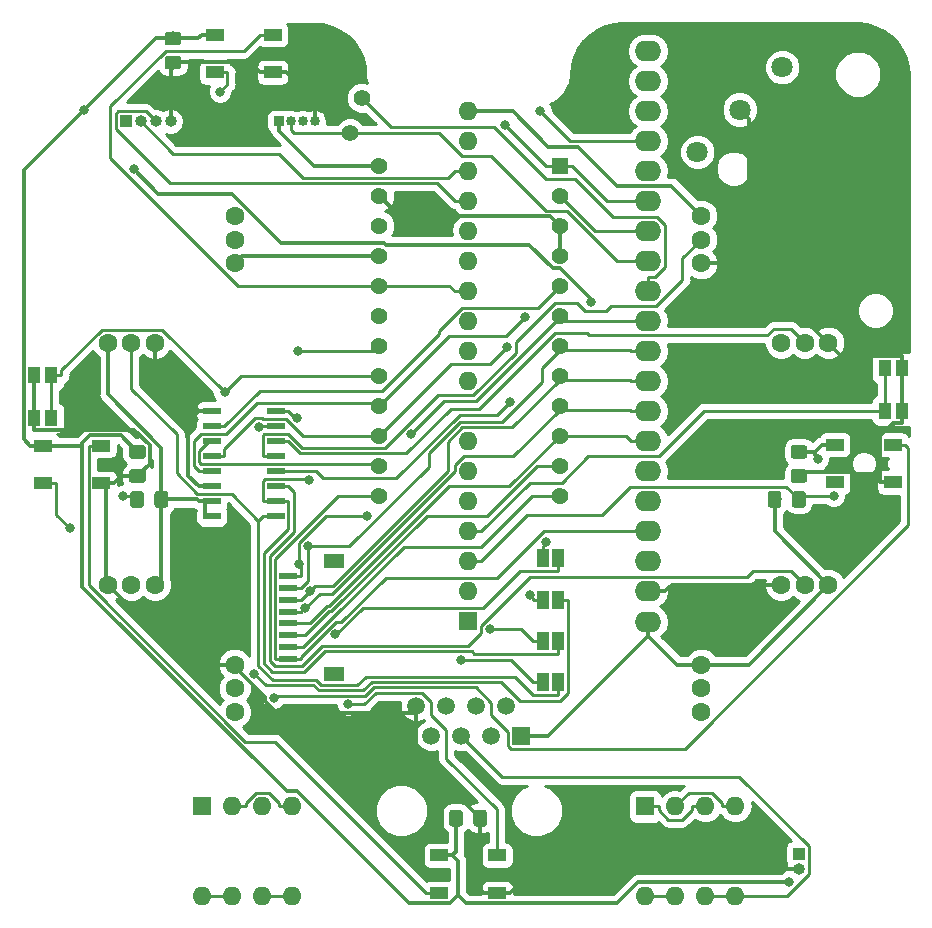
<source format=gbr>
G04 #@! TF.GenerationSoftware,KiCad,Pcbnew,(5.0.0)*
G04 #@! TF.CreationDate,2018-11-06T14:20:30+09:00*
G04 #@! TF.ProjectId,handheld_machine_back,68616E6468656C645F6D616368696E65,rev?*
G04 #@! TF.SameCoordinates,Original*
G04 #@! TF.FileFunction,Copper,L1,Top,Signal*
G04 #@! TF.FilePolarity,Positive*
%FSLAX46Y46*%
G04 Gerber Fmt 4.6, Leading zero omitted, Abs format (unit mm)*
G04 Created by KiCad (PCBNEW (5.0.0)) date 11/06/18 14:20:30*
%MOMM*%
%LPD*%
G01*
G04 APERTURE LIST*
G04 #@! TA.AperFunction,ComponentPad*
%ADD10C,1.600000*%
G04 #@! TD*
G04 #@! TA.AperFunction,ComponentPad*
%ADD11O,2.250000X1.727200*%
G04 #@! TD*
G04 #@! TA.AperFunction,ComponentPad*
%ADD12O,1.600000X1.600000*%
G04 #@! TD*
G04 #@! TA.AperFunction,ComponentPad*
%ADD13R,1.600000X1.600000*%
G04 #@! TD*
G04 #@! TA.AperFunction,ComponentPad*
%ADD14C,1.425000*%
G04 #@! TD*
G04 #@! TA.AperFunction,ComponentPad*
%ADD15R,1.425000X1.425000*%
G04 #@! TD*
G04 #@! TA.AperFunction,Conductor*
%ADD16C,0.100000*%
G04 #@! TD*
G04 #@! TA.AperFunction,SMDPad,CuDef*
%ADD17C,1.150000*%
G04 #@! TD*
G04 #@! TA.AperFunction,SMDPad,CuDef*
%ADD18R,1.050000X1.400000*%
G04 #@! TD*
G04 #@! TA.AperFunction,SMDPad,CuDef*
%ADD19R,1.500000X0.600000*%
G04 #@! TD*
G04 #@! TA.AperFunction,SMDPad,CuDef*
%ADD20R,1.500000X1.000000*%
G04 #@! TD*
G04 #@! TA.AperFunction,SMDPad,CuDef*
%ADD21R,1.800000X1.200000*%
G04 #@! TD*
G04 #@! TA.AperFunction,SMDPad,CuDef*
%ADD22R,1.550000X0.600000*%
G04 #@! TD*
G04 #@! TA.AperFunction,ComponentPad*
%ADD23R,1.500000X1.500000*%
G04 #@! TD*
G04 #@! TA.AperFunction,ComponentPad*
%ADD24C,1.500000*%
G04 #@! TD*
G04 #@! TA.AperFunction,SMDPad,CuDef*
%ADD25R,1.000000X1.500000*%
G04 #@! TD*
G04 #@! TA.AperFunction,ComponentPad*
%ADD26C,1.800000*%
G04 #@! TD*
G04 #@! TA.AperFunction,ComponentPad*
%ADD27C,1.400000*%
G04 #@! TD*
G04 #@! TA.AperFunction,ComponentPad*
%ADD28R,1.000000X1.000000*%
G04 #@! TD*
G04 #@! TA.AperFunction,ComponentPad*
%ADD29O,1.000000X1.000000*%
G04 #@! TD*
G04 #@! TA.AperFunction,ComponentPad*
%ADD30R,0.850000X0.850000*%
G04 #@! TD*
G04 #@! TA.AperFunction,ComponentPad*
%ADD31O,0.850000X0.850000*%
G04 #@! TD*
G04 #@! TA.AperFunction,ViaPad*
%ADD32C,0.800000*%
G04 #@! TD*
G04 #@! TA.AperFunction,Conductor*
%ADD33C,0.300000*%
G04 #@! TD*
G04 #@! TA.AperFunction,Conductor*
%ADD34C,0.250000*%
G04 #@! TD*
G04 #@! TA.AperFunction,Conductor*
%ADD35C,0.254000*%
G04 #@! TD*
G04 APERTURE END LIST*
D10*
G04 #@! TO.P,U4,6*
G04 #@! TO.N,VCC*
X111500000Y-122250000D03*
G04 #@! TO.P,U4,5*
G04 #@! TO.N,JOY4B*
X109500000Y-122250000D03*
G04 #@! TO.P,U4,4*
G04 #@! TO.N,GND*
X107500000Y-122250000D03*
G04 #@! TO.P,U4,3*
G04 #@! TO.N,VCC*
X118250000Y-133000000D03*
G04 #@! TO.P,U4,2*
G04 #@! TO.N,JOY4A*
X118250000Y-131000000D03*
G04 #@! TO.P,U4,1*
G04 #@! TO.N,GND*
X118250000Y-129000000D03*
G04 #@! TD*
G04 #@! TO.P,U3,6*
G04 #@! TO.N,VCC*
X157750000Y-129000000D03*
G04 #@! TO.P,U3,5*
G04 #@! TO.N,JOY2B*
X157750000Y-131000000D03*
G04 #@! TO.P,U3,4*
G04 #@! TO.N,GND*
X157750000Y-133000000D03*
G04 #@! TO.P,U3,3*
G04 #@! TO.N,VCC*
X168500000Y-122250000D03*
G04 #@! TO.P,U3,2*
G04 #@! TO.N,JOY2A*
X166500000Y-122250000D03*
G04 #@! TO.P,U3,1*
G04 #@! TO.N,GND*
X164500000Y-122250000D03*
G04 #@! TD*
G04 #@! TO.P,U2,6*
G04 #@! TO.N,VCC*
X164500000Y-101750000D03*
G04 #@! TO.P,U2,5*
G04 #@! TO.N,JOY3B*
X166500000Y-101750000D03*
G04 #@! TO.P,U2,4*
G04 #@! TO.N,GND*
X168500000Y-101750000D03*
G04 #@! TO.P,U2,3*
G04 #@! TO.N,VCC*
X157750000Y-91000000D03*
G04 #@! TO.P,U2,2*
G04 #@! TO.N,JOY3A*
X157750000Y-93000000D03*
G04 #@! TO.P,U2,1*
G04 #@! TO.N,GND*
X157750000Y-95000000D03*
G04 #@! TD*
G04 #@! TO.P,U1,6*
G04 #@! TO.N,VCC*
X118250000Y-95000000D03*
G04 #@! TO.P,U1,5*
G04 #@! TO.N,JOY1B*
X118250000Y-93000000D03*
G04 #@! TO.P,U1,4*
G04 #@! TO.N,GND*
X118250000Y-91000000D03*
G04 #@! TO.P,U1,3*
G04 #@! TO.N,VCC*
X107500000Y-101750000D03*
G04 #@! TO.P,U1,2*
G04 #@! TO.N,JOY1A*
X109500000Y-101750000D03*
G04 #@! TO.P,U1,1*
G04 #@! TO.N,GND*
X111500000Y-101750000D03*
G04 #@! TD*
D11*
G04 #@! TO.P,U6,40*
G04 #@! TO.N,VCC*
X153240000Y-125351600D03*
G04 #@! TO.P,U6,39*
G04 #@! TO.N,GND*
X153240000Y-122760800D03*
G04 #@! TO.P,U6,38*
G04 #@! TO.N,USBVCC*
X153240000Y-120220800D03*
G04 #@! TO.P,U6,37*
G04 #@! TO.N,col4*
X153240000Y-117680800D03*
G04 #@! TO.P,U6,36*
G04 #@! TO.N,col3*
X153240000Y-115140800D03*
G04 #@! TO.P,U6,35*
G04 #@! TO.N,col2*
X153240000Y-112600800D03*
G04 #@! TO.P,U6,34*
G04 #@! TO.N,col1*
X153240000Y-110060800D03*
G04 #@! TO.P,U6,33*
G04 #@! TO.N,row4*
X153240000Y-107520800D03*
G04 #@! TO.P,U6,32*
G04 #@! TO.N,row3*
X153240000Y-104980800D03*
G04 #@! TO.P,U6,31*
G04 #@! TO.N,row2*
X153240000Y-102440800D03*
G04 #@! TO.P,U6,30*
G04 #@! TO.N,row1*
X153240000Y-99900800D03*
G04 #@! TO.P,U6,29*
G04 #@! TO.N,PROMICRO_D+*
X153240000Y-97360800D03*
G04 #@! TO.P,U6,28*
G04 #@! TO.N,PROMICRO_D-*
X153240000Y-94820800D03*
G04 #@! TO.P,U6,27*
G04 #@! TO.N,RX*
X153240000Y-92280800D03*
G04 #@! TO.P,U6,26*
G04 #@! TO.N,TX*
X153240000Y-89740800D03*
G04 #@! TO.P,U6,25*
G04 #@! TO.N,pwm1*
X153240000Y-87200800D03*
G04 #@! TO.P,U6,24*
G04 #@! TO.N,DIN*
X153240000Y-84660800D03*
G04 #@! TO.P,U6,23*
G04 #@! TO.N,DOUT*
X153240000Y-82120800D03*
G04 #@! TO.P,U6,22*
G04 #@! TO.N,CLK*
X153240000Y-79580800D03*
G04 #@! TO.P,U6,21*
G04 #@! TO.N,CS*
X153240000Y-77040800D03*
D12*
G04 #@! TO.P,U6,18*
G04 #@! TO.N,VCC*
X138000000Y-82120800D03*
G04 #@! TO.P,U6,17*
G04 #@! TO.N,N/C*
X138000000Y-84660800D03*
G04 #@! TO.P,U6,16*
G04 #@! TO.N,SDA*
X138000000Y-87200800D03*
G04 #@! TO.P,U6,15*
G04 #@! TO.N,SCL*
X138000000Y-89740800D03*
G04 #@! TO.P,U6,14*
G04 #@! TO.N,Net-(JP3-Pad1)*
X138000000Y-92280800D03*
G04 #@! TO.P,U6,13*
G04 #@! TO.N,Net-(JP4-Pad1)*
X138000000Y-94820800D03*
G04 #@! TO.P,U6,12*
G04 #@! TO.N,LED_D1*
X138000000Y-97360800D03*
G04 #@! TO.P,U6,11*
G04 #@! TO.N,MISO1*
X138000000Y-99900800D03*
G04 #@! TO.P,U6,10*
G04 #@! TO.N,SCK1*
X138000000Y-102440800D03*
G04 #@! TO.P,U6,9*
G04 #@! TO.N,SS1*
X138000000Y-104980800D03*
G04 #@! TO.P,U6,7*
G04 #@! TO.N,Net-(JP5-Pad1)*
X138000000Y-110060800D03*
G04 #@! TO.P,U6,6*
G04 #@! TO.N,Net-(JP6-Pad1)*
X138000000Y-112600800D03*
G04 #@! TO.P,U6,5*
G04 #@! TO.N,enter*
X138000000Y-115140800D03*
G04 #@! TO.P,U6,4*
G04 #@! TO.N,mode2*
X138000000Y-117680800D03*
G04 #@! TO.P,U6,3*
G04 #@! TO.N,mode1*
X138000000Y-120220800D03*
G04 #@! TO.P,U6,2*
G04 #@! TO.N,N/C*
X138000000Y-122760800D03*
D13*
G04 #@! TO.P,U6,1*
X138000000Y-125300800D03*
G04 #@! TD*
D12*
G04 #@! TO.P,SW6,8*
G04 #@! TO.N,pin4*
X153000000Y-148620000D03*
G04 #@! TO.P,SW6,4*
G04 #@! TO.N,MISO1*
X160620000Y-141000000D03*
G04 #@! TO.P,SW6,7*
G04 #@! TO.N,pin4*
X155540000Y-148620000D03*
G04 #@! TO.P,SW6,3*
G04 #@! TO.N,LED_D1*
X158080000Y-141000000D03*
G04 #@! TO.P,SW6,6*
G04 #@! TO.N,pin5*
X158080000Y-148620000D03*
G04 #@! TO.P,SW6,2*
G04 #@! TO.N,MISO1*
X155540000Y-141000000D03*
G04 #@! TO.P,SW6,5*
G04 #@! TO.N,pin5*
X160620000Y-148620000D03*
D13*
G04 #@! TO.P,SW6,1*
G04 #@! TO.N,LED_D1*
X153000000Y-141000000D03*
G04 #@! TD*
G04 #@! TO.P,SW5,1*
G04 #@! TO.N,TX*
X115500000Y-141000000D03*
D12*
G04 #@! TO.P,SW5,5*
G04 #@! TO.N,pin3*
X123120000Y-148620000D03*
G04 #@! TO.P,SW5,2*
G04 #@! TO.N,RX*
X118040000Y-141000000D03*
G04 #@! TO.P,SW5,6*
G04 #@! TO.N,pin3*
X120580000Y-148620000D03*
G04 #@! TO.P,SW5,3*
G04 #@! TO.N,TX*
X120580000Y-141000000D03*
G04 #@! TO.P,SW5,7*
G04 #@! TO.N,pin2*
X118040000Y-148620000D03*
G04 #@! TO.P,SW5,4*
G04 #@! TO.N,RX*
X123120000Y-141000000D03*
G04 #@! TO.P,SW5,8*
G04 #@! TO.N,pin2*
X115500000Y-148620000D03*
G04 #@! TD*
D14*
G04 #@! TO.P,IC1,24*
G04 #@! TO.N,VCC*
X130500000Y-86750000D03*
G04 #@! TO.P,IC1,23*
G04 #@! TO.N,GND*
X130500000Y-89290000D03*
G04 #@! TO.P,IC1,22*
G04 #@! TO.N,Net-(IC1-Pad22)*
X130500000Y-91830000D03*
G04 #@! TO.P,IC1,21*
G04 #@! TO.N,VCC*
X130500000Y-94370000D03*
G04 #@! TO.P,IC1,20*
G04 #@! TO.N,LED_D1*
X130500000Y-96910000D03*
G04 #@! TO.P,IC1,19*
G04 #@! TO.N,enter*
X130500000Y-99450000D03*
G04 #@! TO.P,IC1,18*
G04 #@! TO.N,mode2*
X130500000Y-101990000D03*
G04 #@! TO.P,IC1,17*
G04 #@! TO.N,mode1*
X130500000Y-104530000D03*
G04 #@! TO.P,IC1,16*
G04 #@! TO.N,CLK*
X130500000Y-107070000D03*
G04 #@! TO.P,IC1,15*
G04 #@! TO.N,DOUT*
X130500000Y-109610000D03*
G04 #@! TO.P,IC1,14*
G04 #@! TO.N,DIN*
X130500000Y-112150000D03*
G04 #@! TO.P,IC1,13*
G04 #@! TO.N,col4*
X130500000Y-114690000D03*
G04 #@! TO.P,IC1,12*
G04 #@! TO.N,col3*
X145750000Y-114690000D03*
G04 #@! TO.P,IC1,11*
G04 #@! TO.N,col2*
X145750000Y-112150000D03*
G04 #@! TO.P,IC1,10*
G04 #@! TO.N,col1*
X145750000Y-109610000D03*
G04 #@! TO.P,IC1,9*
G04 #@! TO.N,row4*
X145750000Y-107070000D03*
G04 #@! TO.P,IC1,8*
G04 #@! TO.N,row3*
X145750000Y-104530000D03*
G04 #@! TO.P,IC1,7*
G04 #@! TO.N,row2*
X145750000Y-101990000D03*
G04 #@! TO.P,IC1,6*
G04 #@! TO.N,row1*
X145750000Y-99450000D03*
G04 #@! TO.P,IC1,5*
G04 #@! TO.N,CS*
X145750000Y-96910000D03*
G04 #@! TO.P,IC1,4*
G04 #@! TO.N,GND*
X145750000Y-94370000D03*
G04 #@! TO.P,IC1,3*
X145750000Y-91830000D03*
G04 #@! TO.P,IC1,2*
G04 #@! TO.N,RX*
X145750000Y-89290000D03*
D15*
G04 #@! TO.P,IC1,1*
G04 #@! TO.N,TX*
X145750000Y-86750000D03*
G04 #@! TD*
D16*
G04 #@! TO.N,mode1*
G04 #@! TO.C,R1*
G36*
X166349505Y-114301204D02*
X166373773Y-114304804D01*
X166397572Y-114310765D01*
X166420671Y-114319030D01*
X166442850Y-114329520D01*
X166463893Y-114342132D01*
X166483599Y-114356747D01*
X166501777Y-114373223D01*
X166518253Y-114391401D01*
X166532868Y-114411107D01*
X166545480Y-114432150D01*
X166555970Y-114454329D01*
X166564235Y-114477428D01*
X166570196Y-114501227D01*
X166573796Y-114525495D01*
X166575000Y-114549999D01*
X166575000Y-115450001D01*
X166573796Y-115474505D01*
X166570196Y-115498773D01*
X166564235Y-115522572D01*
X166555970Y-115545671D01*
X166545480Y-115567850D01*
X166532868Y-115588893D01*
X166518253Y-115608599D01*
X166501777Y-115626777D01*
X166483599Y-115643253D01*
X166463893Y-115657868D01*
X166442850Y-115670480D01*
X166420671Y-115680970D01*
X166397572Y-115689235D01*
X166373773Y-115695196D01*
X166349505Y-115698796D01*
X166325001Y-115700000D01*
X165674999Y-115700000D01*
X165650495Y-115698796D01*
X165626227Y-115695196D01*
X165602428Y-115689235D01*
X165579329Y-115680970D01*
X165557150Y-115670480D01*
X165536107Y-115657868D01*
X165516401Y-115643253D01*
X165498223Y-115626777D01*
X165481747Y-115608599D01*
X165467132Y-115588893D01*
X165454520Y-115567850D01*
X165444030Y-115545671D01*
X165435765Y-115522572D01*
X165429804Y-115498773D01*
X165426204Y-115474505D01*
X165425000Y-115450001D01*
X165425000Y-114549999D01*
X165426204Y-114525495D01*
X165429804Y-114501227D01*
X165435765Y-114477428D01*
X165444030Y-114454329D01*
X165454520Y-114432150D01*
X165467132Y-114411107D01*
X165481747Y-114391401D01*
X165498223Y-114373223D01*
X165516401Y-114356747D01*
X165536107Y-114342132D01*
X165557150Y-114329520D01*
X165579329Y-114319030D01*
X165602428Y-114310765D01*
X165626227Y-114304804D01*
X165650495Y-114301204D01*
X165674999Y-114300000D01*
X166325001Y-114300000D01*
X166349505Y-114301204D01*
X166349505Y-114301204D01*
G37*
D17*
G04 #@! TD*
G04 #@! TO.P,R1,2*
G04 #@! TO.N,mode1*
X166000000Y-115000000D03*
D16*
G04 #@! TO.N,VCC*
G04 #@! TO.C,R1*
G36*
X164299505Y-114301204D02*
X164323773Y-114304804D01*
X164347572Y-114310765D01*
X164370671Y-114319030D01*
X164392850Y-114329520D01*
X164413893Y-114342132D01*
X164433599Y-114356747D01*
X164451777Y-114373223D01*
X164468253Y-114391401D01*
X164482868Y-114411107D01*
X164495480Y-114432150D01*
X164505970Y-114454329D01*
X164514235Y-114477428D01*
X164520196Y-114501227D01*
X164523796Y-114525495D01*
X164525000Y-114549999D01*
X164525000Y-115450001D01*
X164523796Y-115474505D01*
X164520196Y-115498773D01*
X164514235Y-115522572D01*
X164505970Y-115545671D01*
X164495480Y-115567850D01*
X164482868Y-115588893D01*
X164468253Y-115608599D01*
X164451777Y-115626777D01*
X164433599Y-115643253D01*
X164413893Y-115657868D01*
X164392850Y-115670480D01*
X164370671Y-115680970D01*
X164347572Y-115689235D01*
X164323773Y-115695196D01*
X164299505Y-115698796D01*
X164275001Y-115700000D01*
X163624999Y-115700000D01*
X163600495Y-115698796D01*
X163576227Y-115695196D01*
X163552428Y-115689235D01*
X163529329Y-115680970D01*
X163507150Y-115670480D01*
X163486107Y-115657868D01*
X163466401Y-115643253D01*
X163448223Y-115626777D01*
X163431747Y-115608599D01*
X163417132Y-115588893D01*
X163404520Y-115567850D01*
X163394030Y-115545671D01*
X163385765Y-115522572D01*
X163379804Y-115498773D01*
X163376204Y-115474505D01*
X163375000Y-115450001D01*
X163375000Y-114549999D01*
X163376204Y-114525495D01*
X163379804Y-114501227D01*
X163385765Y-114477428D01*
X163394030Y-114454329D01*
X163404520Y-114432150D01*
X163417132Y-114411107D01*
X163431747Y-114391401D01*
X163448223Y-114373223D01*
X163466401Y-114356747D01*
X163486107Y-114342132D01*
X163507150Y-114329520D01*
X163529329Y-114319030D01*
X163552428Y-114310765D01*
X163576227Y-114304804D01*
X163600495Y-114301204D01*
X163624999Y-114300000D01*
X164275001Y-114300000D01*
X164299505Y-114301204D01*
X164299505Y-114301204D01*
G37*
D17*
G04 #@! TD*
G04 #@! TO.P,R1,1*
G04 #@! TO.N,VCC*
X163950000Y-115000000D03*
D16*
G04 #@! TO.N,VCC*
G04 #@! TO.C,R2*
G36*
X112374505Y-114301204D02*
X112398773Y-114304804D01*
X112422572Y-114310765D01*
X112445671Y-114319030D01*
X112467850Y-114329520D01*
X112488893Y-114342132D01*
X112508599Y-114356747D01*
X112526777Y-114373223D01*
X112543253Y-114391401D01*
X112557868Y-114411107D01*
X112570480Y-114432150D01*
X112580970Y-114454329D01*
X112589235Y-114477428D01*
X112595196Y-114501227D01*
X112598796Y-114525495D01*
X112600000Y-114549999D01*
X112600000Y-115450001D01*
X112598796Y-115474505D01*
X112595196Y-115498773D01*
X112589235Y-115522572D01*
X112580970Y-115545671D01*
X112570480Y-115567850D01*
X112557868Y-115588893D01*
X112543253Y-115608599D01*
X112526777Y-115626777D01*
X112508599Y-115643253D01*
X112488893Y-115657868D01*
X112467850Y-115670480D01*
X112445671Y-115680970D01*
X112422572Y-115689235D01*
X112398773Y-115695196D01*
X112374505Y-115698796D01*
X112350001Y-115700000D01*
X111699999Y-115700000D01*
X111675495Y-115698796D01*
X111651227Y-115695196D01*
X111627428Y-115689235D01*
X111604329Y-115680970D01*
X111582150Y-115670480D01*
X111561107Y-115657868D01*
X111541401Y-115643253D01*
X111523223Y-115626777D01*
X111506747Y-115608599D01*
X111492132Y-115588893D01*
X111479520Y-115567850D01*
X111469030Y-115545671D01*
X111460765Y-115522572D01*
X111454804Y-115498773D01*
X111451204Y-115474505D01*
X111450000Y-115450001D01*
X111450000Y-114549999D01*
X111451204Y-114525495D01*
X111454804Y-114501227D01*
X111460765Y-114477428D01*
X111469030Y-114454329D01*
X111479520Y-114432150D01*
X111492132Y-114411107D01*
X111506747Y-114391401D01*
X111523223Y-114373223D01*
X111541401Y-114356747D01*
X111561107Y-114342132D01*
X111582150Y-114329520D01*
X111604329Y-114319030D01*
X111627428Y-114310765D01*
X111651227Y-114304804D01*
X111675495Y-114301204D01*
X111699999Y-114300000D01*
X112350001Y-114300000D01*
X112374505Y-114301204D01*
X112374505Y-114301204D01*
G37*
D17*
G04 #@! TD*
G04 #@! TO.P,R2,1*
G04 #@! TO.N,VCC*
X112025000Y-115000000D03*
D16*
G04 #@! TO.N,mode2*
G04 #@! TO.C,R2*
G36*
X110324505Y-114301204D02*
X110348773Y-114304804D01*
X110372572Y-114310765D01*
X110395671Y-114319030D01*
X110417850Y-114329520D01*
X110438893Y-114342132D01*
X110458599Y-114356747D01*
X110476777Y-114373223D01*
X110493253Y-114391401D01*
X110507868Y-114411107D01*
X110520480Y-114432150D01*
X110530970Y-114454329D01*
X110539235Y-114477428D01*
X110545196Y-114501227D01*
X110548796Y-114525495D01*
X110550000Y-114549999D01*
X110550000Y-115450001D01*
X110548796Y-115474505D01*
X110545196Y-115498773D01*
X110539235Y-115522572D01*
X110530970Y-115545671D01*
X110520480Y-115567850D01*
X110507868Y-115588893D01*
X110493253Y-115608599D01*
X110476777Y-115626777D01*
X110458599Y-115643253D01*
X110438893Y-115657868D01*
X110417850Y-115670480D01*
X110395671Y-115680970D01*
X110372572Y-115689235D01*
X110348773Y-115695196D01*
X110324505Y-115698796D01*
X110300001Y-115700000D01*
X109649999Y-115700000D01*
X109625495Y-115698796D01*
X109601227Y-115695196D01*
X109577428Y-115689235D01*
X109554329Y-115680970D01*
X109532150Y-115670480D01*
X109511107Y-115657868D01*
X109491401Y-115643253D01*
X109473223Y-115626777D01*
X109456747Y-115608599D01*
X109442132Y-115588893D01*
X109429520Y-115567850D01*
X109419030Y-115545671D01*
X109410765Y-115522572D01*
X109404804Y-115498773D01*
X109401204Y-115474505D01*
X109400000Y-115450001D01*
X109400000Y-114549999D01*
X109401204Y-114525495D01*
X109404804Y-114501227D01*
X109410765Y-114477428D01*
X109419030Y-114454329D01*
X109429520Y-114432150D01*
X109442132Y-114411107D01*
X109456747Y-114391401D01*
X109473223Y-114373223D01*
X109491401Y-114356747D01*
X109511107Y-114342132D01*
X109532150Y-114329520D01*
X109554329Y-114319030D01*
X109577428Y-114310765D01*
X109601227Y-114304804D01*
X109625495Y-114301204D01*
X109649999Y-114300000D01*
X110300001Y-114300000D01*
X110324505Y-114301204D01*
X110324505Y-114301204D01*
G37*
D17*
G04 #@! TD*
G04 #@! TO.P,R2,2*
G04 #@! TO.N,mode2*
X109975000Y-115000000D03*
D18*
G04 #@! TO.P,S1,4*
G04 #@! TO.N,GND*
X101275000Y-108100000D03*
G04 #@! TO.P,S1,3*
X101275000Y-104500000D03*
G04 #@! TO.P,S1,2*
G04 #@! TO.N,mode1*
X102725000Y-108100000D03*
G04 #@! TO.P,S1,1*
X102725000Y-104500000D03*
G04 #@! TD*
G04 #@! TO.P,S2,1*
G04 #@! TO.N,mode2*
X173275000Y-107500000D03*
G04 #@! TO.P,S2,2*
X173275000Y-103900000D03*
G04 #@! TO.P,S2,3*
G04 #@! TO.N,GND*
X174725000Y-107500000D03*
G04 #@! TO.P,S2,4*
X174725000Y-103900000D03*
G04 #@! TD*
D19*
G04 #@! TO.P,U5,1*
G04 #@! TO.N,JOY1A*
X121700000Y-116445000D03*
G04 #@! TO.P,U5,2*
G04 #@! TO.N,JOY1B*
X121700000Y-115175000D03*
G04 #@! TO.P,U5,3*
G04 #@! TO.N,JOY2A*
X121700000Y-113905000D03*
G04 #@! TO.P,U5,4*
G04 #@! TO.N,JOY2B*
X121700000Y-112635000D03*
G04 #@! TO.P,U5,5*
G04 #@! TO.N,JOY3A*
X121700000Y-111365000D03*
G04 #@! TO.P,U5,6*
G04 #@! TO.N,JOY3B*
X121700000Y-110095000D03*
G04 #@! TO.P,U5,7*
G04 #@! TO.N,JOY4A*
X121700000Y-108825000D03*
G04 #@! TO.P,U5,8*
G04 #@! TO.N,JOY4B*
X121700000Y-107555000D03*
G04 #@! TO.P,U5,9*
G04 #@! TO.N,GND*
X116300000Y-107555000D03*
G04 #@! TO.P,U5,10*
G04 #@! TO.N,CS*
X116300000Y-108825000D03*
G04 #@! TO.P,U5,11*
G04 #@! TO.N,DIN*
X116300000Y-110095000D03*
G04 #@! TO.P,U5,12*
G04 #@! TO.N,DOUT*
X116300000Y-111365000D03*
G04 #@! TO.P,U5,13*
G04 #@! TO.N,CLK*
X116300000Y-112635000D03*
G04 #@! TO.P,U5,14*
G04 #@! TO.N,GND*
X116300000Y-113905000D03*
G04 #@! TO.P,U5,15*
G04 #@! TO.N,VCC*
X116300000Y-115175000D03*
G04 #@! TO.P,U5,16*
X116300000Y-116445000D03*
G04 #@! TD*
D16*
G04 #@! TO.N,GND*
G04 #@! TO.C,C1*
G36*
X113474505Y-77451204D02*
X113498773Y-77454804D01*
X113522572Y-77460765D01*
X113545671Y-77469030D01*
X113567850Y-77479520D01*
X113588893Y-77492132D01*
X113608599Y-77506747D01*
X113626777Y-77523223D01*
X113643253Y-77541401D01*
X113657868Y-77561107D01*
X113670480Y-77582150D01*
X113680970Y-77604329D01*
X113689235Y-77627428D01*
X113695196Y-77651227D01*
X113698796Y-77675495D01*
X113700000Y-77699999D01*
X113700000Y-78350001D01*
X113698796Y-78374505D01*
X113695196Y-78398773D01*
X113689235Y-78422572D01*
X113680970Y-78445671D01*
X113670480Y-78467850D01*
X113657868Y-78488893D01*
X113643253Y-78508599D01*
X113626777Y-78526777D01*
X113608599Y-78543253D01*
X113588893Y-78557868D01*
X113567850Y-78570480D01*
X113545671Y-78580970D01*
X113522572Y-78589235D01*
X113498773Y-78595196D01*
X113474505Y-78598796D01*
X113450001Y-78600000D01*
X112549999Y-78600000D01*
X112525495Y-78598796D01*
X112501227Y-78595196D01*
X112477428Y-78589235D01*
X112454329Y-78580970D01*
X112432150Y-78570480D01*
X112411107Y-78557868D01*
X112391401Y-78543253D01*
X112373223Y-78526777D01*
X112356747Y-78508599D01*
X112342132Y-78488893D01*
X112329520Y-78467850D01*
X112319030Y-78445671D01*
X112310765Y-78422572D01*
X112304804Y-78398773D01*
X112301204Y-78374505D01*
X112300000Y-78350001D01*
X112300000Y-77699999D01*
X112301204Y-77675495D01*
X112304804Y-77651227D01*
X112310765Y-77627428D01*
X112319030Y-77604329D01*
X112329520Y-77582150D01*
X112342132Y-77561107D01*
X112356747Y-77541401D01*
X112373223Y-77523223D01*
X112391401Y-77506747D01*
X112411107Y-77492132D01*
X112432150Y-77479520D01*
X112454329Y-77469030D01*
X112477428Y-77460765D01*
X112501227Y-77454804D01*
X112525495Y-77451204D01*
X112549999Y-77450000D01*
X113450001Y-77450000D01*
X113474505Y-77451204D01*
X113474505Y-77451204D01*
G37*
D17*
G04 #@! TD*
G04 #@! TO.P,C1,2*
G04 #@! TO.N,GND*
X113000000Y-78025000D03*
D16*
G04 #@! TO.N,Net-(C1-Pad1)*
G04 #@! TO.C,C1*
G36*
X113474505Y-75401204D02*
X113498773Y-75404804D01*
X113522572Y-75410765D01*
X113545671Y-75419030D01*
X113567850Y-75429520D01*
X113588893Y-75442132D01*
X113608599Y-75456747D01*
X113626777Y-75473223D01*
X113643253Y-75491401D01*
X113657868Y-75511107D01*
X113670480Y-75532150D01*
X113680970Y-75554329D01*
X113689235Y-75577428D01*
X113695196Y-75601227D01*
X113698796Y-75625495D01*
X113700000Y-75649999D01*
X113700000Y-76300001D01*
X113698796Y-76324505D01*
X113695196Y-76348773D01*
X113689235Y-76372572D01*
X113680970Y-76395671D01*
X113670480Y-76417850D01*
X113657868Y-76438893D01*
X113643253Y-76458599D01*
X113626777Y-76476777D01*
X113608599Y-76493253D01*
X113588893Y-76507868D01*
X113567850Y-76520480D01*
X113545671Y-76530970D01*
X113522572Y-76539235D01*
X113498773Y-76545196D01*
X113474505Y-76548796D01*
X113450001Y-76550000D01*
X112549999Y-76550000D01*
X112525495Y-76548796D01*
X112501227Y-76545196D01*
X112477428Y-76539235D01*
X112454329Y-76530970D01*
X112432150Y-76520480D01*
X112411107Y-76507868D01*
X112391401Y-76493253D01*
X112373223Y-76476777D01*
X112356747Y-76458599D01*
X112342132Y-76438893D01*
X112329520Y-76417850D01*
X112319030Y-76395671D01*
X112310765Y-76372572D01*
X112304804Y-76348773D01*
X112301204Y-76324505D01*
X112300000Y-76300001D01*
X112300000Y-75649999D01*
X112301204Y-75625495D01*
X112304804Y-75601227D01*
X112310765Y-75577428D01*
X112319030Y-75554329D01*
X112329520Y-75532150D01*
X112342132Y-75511107D01*
X112356747Y-75491401D01*
X112373223Y-75473223D01*
X112391401Y-75456747D01*
X112411107Y-75442132D01*
X112432150Y-75429520D01*
X112454329Y-75419030D01*
X112477428Y-75410765D01*
X112501227Y-75404804D01*
X112525495Y-75401204D01*
X112549999Y-75400000D01*
X113450001Y-75400000D01*
X113474505Y-75401204D01*
X113474505Y-75401204D01*
G37*
D17*
G04 #@! TD*
G04 #@! TO.P,C1,1*
G04 #@! TO.N,Net-(C1-Pad1)*
X113000000Y-75975000D03*
D16*
G04 #@! TO.N,Net-(C1-Pad1)*
G04 #@! TO.C,C2*
G36*
X137324505Y-141301204D02*
X137348773Y-141304804D01*
X137372572Y-141310765D01*
X137395671Y-141319030D01*
X137417850Y-141329520D01*
X137438893Y-141342132D01*
X137458599Y-141356747D01*
X137476777Y-141373223D01*
X137493253Y-141391401D01*
X137507868Y-141411107D01*
X137520480Y-141432150D01*
X137530970Y-141454329D01*
X137539235Y-141477428D01*
X137545196Y-141501227D01*
X137548796Y-141525495D01*
X137550000Y-141549999D01*
X137550000Y-142450001D01*
X137548796Y-142474505D01*
X137545196Y-142498773D01*
X137539235Y-142522572D01*
X137530970Y-142545671D01*
X137520480Y-142567850D01*
X137507868Y-142588893D01*
X137493253Y-142608599D01*
X137476777Y-142626777D01*
X137458599Y-142643253D01*
X137438893Y-142657868D01*
X137417850Y-142670480D01*
X137395671Y-142680970D01*
X137372572Y-142689235D01*
X137348773Y-142695196D01*
X137324505Y-142698796D01*
X137300001Y-142700000D01*
X136649999Y-142700000D01*
X136625495Y-142698796D01*
X136601227Y-142695196D01*
X136577428Y-142689235D01*
X136554329Y-142680970D01*
X136532150Y-142670480D01*
X136511107Y-142657868D01*
X136491401Y-142643253D01*
X136473223Y-142626777D01*
X136456747Y-142608599D01*
X136442132Y-142588893D01*
X136429520Y-142567850D01*
X136419030Y-142545671D01*
X136410765Y-142522572D01*
X136404804Y-142498773D01*
X136401204Y-142474505D01*
X136400000Y-142450001D01*
X136400000Y-141549999D01*
X136401204Y-141525495D01*
X136404804Y-141501227D01*
X136410765Y-141477428D01*
X136419030Y-141454329D01*
X136429520Y-141432150D01*
X136442132Y-141411107D01*
X136456747Y-141391401D01*
X136473223Y-141373223D01*
X136491401Y-141356747D01*
X136511107Y-141342132D01*
X136532150Y-141329520D01*
X136554329Y-141319030D01*
X136577428Y-141310765D01*
X136601227Y-141304804D01*
X136625495Y-141301204D01*
X136649999Y-141300000D01*
X137300001Y-141300000D01*
X137324505Y-141301204D01*
X137324505Y-141301204D01*
G37*
D17*
G04 #@! TD*
G04 #@! TO.P,C2,1*
G04 #@! TO.N,Net-(C1-Pad1)*
X136975000Y-142000000D03*
D16*
G04 #@! TO.N,GND*
G04 #@! TO.C,C2*
G36*
X139374505Y-141301204D02*
X139398773Y-141304804D01*
X139422572Y-141310765D01*
X139445671Y-141319030D01*
X139467850Y-141329520D01*
X139488893Y-141342132D01*
X139508599Y-141356747D01*
X139526777Y-141373223D01*
X139543253Y-141391401D01*
X139557868Y-141411107D01*
X139570480Y-141432150D01*
X139580970Y-141454329D01*
X139589235Y-141477428D01*
X139595196Y-141501227D01*
X139598796Y-141525495D01*
X139600000Y-141549999D01*
X139600000Y-142450001D01*
X139598796Y-142474505D01*
X139595196Y-142498773D01*
X139589235Y-142522572D01*
X139580970Y-142545671D01*
X139570480Y-142567850D01*
X139557868Y-142588893D01*
X139543253Y-142608599D01*
X139526777Y-142626777D01*
X139508599Y-142643253D01*
X139488893Y-142657868D01*
X139467850Y-142670480D01*
X139445671Y-142680970D01*
X139422572Y-142689235D01*
X139398773Y-142695196D01*
X139374505Y-142698796D01*
X139350001Y-142700000D01*
X138699999Y-142700000D01*
X138675495Y-142698796D01*
X138651227Y-142695196D01*
X138627428Y-142689235D01*
X138604329Y-142680970D01*
X138582150Y-142670480D01*
X138561107Y-142657868D01*
X138541401Y-142643253D01*
X138523223Y-142626777D01*
X138506747Y-142608599D01*
X138492132Y-142588893D01*
X138479520Y-142567850D01*
X138469030Y-142545671D01*
X138460765Y-142522572D01*
X138454804Y-142498773D01*
X138451204Y-142474505D01*
X138450000Y-142450001D01*
X138450000Y-141549999D01*
X138451204Y-141525495D01*
X138454804Y-141501227D01*
X138460765Y-141477428D01*
X138469030Y-141454329D01*
X138479520Y-141432150D01*
X138492132Y-141411107D01*
X138506747Y-141391401D01*
X138523223Y-141373223D01*
X138541401Y-141356747D01*
X138561107Y-141342132D01*
X138582150Y-141329520D01*
X138604329Y-141319030D01*
X138627428Y-141310765D01*
X138651227Y-141304804D01*
X138675495Y-141301204D01*
X138699999Y-141300000D01*
X139350001Y-141300000D01*
X139374505Y-141301204D01*
X139374505Y-141301204D01*
G37*
D17*
G04 #@! TD*
G04 #@! TO.P,C2,2*
G04 #@! TO.N,GND*
X139025000Y-142000000D03*
D16*
G04 #@! TO.N,GND*
G04 #@! TO.C,C3*
G36*
X110474505Y-112451204D02*
X110498773Y-112454804D01*
X110522572Y-112460765D01*
X110545671Y-112469030D01*
X110567850Y-112479520D01*
X110588893Y-112492132D01*
X110608599Y-112506747D01*
X110626777Y-112523223D01*
X110643253Y-112541401D01*
X110657868Y-112561107D01*
X110670480Y-112582150D01*
X110680970Y-112604329D01*
X110689235Y-112627428D01*
X110695196Y-112651227D01*
X110698796Y-112675495D01*
X110700000Y-112699999D01*
X110700000Y-113350001D01*
X110698796Y-113374505D01*
X110695196Y-113398773D01*
X110689235Y-113422572D01*
X110680970Y-113445671D01*
X110670480Y-113467850D01*
X110657868Y-113488893D01*
X110643253Y-113508599D01*
X110626777Y-113526777D01*
X110608599Y-113543253D01*
X110588893Y-113557868D01*
X110567850Y-113570480D01*
X110545671Y-113580970D01*
X110522572Y-113589235D01*
X110498773Y-113595196D01*
X110474505Y-113598796D01*
X110450001Y-113600000D01*
X109549999Y-113600000D01*
X109525495Y-113598796D01*
X109501227Y-113595196D01*
X109477428Y-113589235D01*
X109454329Y-113580970D01*
X109432150Y-113570480D01*
X109411107Y-113557868D01*
X109391401Y-113543253D01*
X109373223Y-113526777D01*
X109356747Y-113508599D01*
X109342132Y-113488893D01*
X109329520Y-113467850D01*
X109319030Y-113445671D01*
X109310765Y-113422572D01*
X109304804Y-113398773D01*
X109301204Y-113374505D01*
X109300000Y-113350001D01*
X109300000Y-112699999D01*
X109301204Y-112675495D01*
X109304804Y-112651227D01*
X109310765Y-112627428D01*
X109319030Y-112604329D01*
X109329520Y-112582150D01*
X109342132Y-112561107D01*
X109356747Y-112541401D01*
X109373223Y-112523223D01*
X109391401Y-112506747D01*
X109411107Y-112492132D01*
X109432150Y-112479520D01*
X109454329Y-112469030D01*
X109477428Y-112460765D01*
X109501227Y-112454804D01*
X109525495Y-112451204D01*
X109549999Y-112450000D01*
X110450001Y-112450000D01*
X110474505Y-112451204D01*
X110474505Y-112451204D01*
G37*
D17*
G04 #@! TD*
G04 #@! TO.P,C3,2*
G04 #@! TO.N,GND*
X110000000Y-113025000D03*
D16*
G04 #@! TO.N,Net-(C1-Pad1)*
G04 #@! TO.C,C3*
G36*
X110474505Y-110401204D02*
X110498773Y-110404804D01*
X110522572Y-110410765D01*
X110545671Y-110419030D01*
X110567850Y-110429520D01*
X110588893Y-110442132D01*
X110608599Y-110456747D01*
X110626777Y-110473223D01*
X110643253Y-110491401D01*
X110657868Y-110511107D01*
X110670480Y-110532150D01*
X110680970Y-110554329D01*
X110689235Y-110577428D01*
X110695196Y-110601227D01*
X110698796Y-110625495D01*
X110700000Y-110649999D01*
X110700000Y-111300001D01*
X110698796Y-111324505D01*
X110695196Y-111348773D01*
X110689235Y-111372572D01*
X110680970Y-111395671D01*
X110670480Y-111417850D01*
X110657868Y-111438893D01*
X110643253Y-111458599D01*
X110626777Y-111476777D01*
X110608599Y-111493253D01*
X110588893Y-111507868D01*
X110567850Y-111520480D01*
X110545671Y-111530970D01*
X110522572Y-111539235D01*
X110498773Y-111545196D01*
X110474505Y-111548796D01*
X110450001Y-111550000D01*
X109549999Y-111550000D01*
X109525495Y-111548796D01*
X109501227Y-111545196D01*
X109477428Y-111539235D01*
X109454329Y-111530970D01*
X109432150Y-111520480D01*
X109411107Y-111507868D01*
X109391401Y-111493253D01*
X109373223Y-111476777D01*
X109356747Y-111458599D01*
X109342132Y-111438893D01*
X109329520Y-111417850D01*
X109319030Y-111395671D01*
X109310765Y-111372572D01*
X109304804Y-111348773D01*
X109301204Y-111324505D01*
X109300000Y-111300001D01*
X109300000Y-110649999D01*
X109301204Y-110625495D01*
X109304804Y-110601227D01*
X109310765Y-110577428D01*
X109319030Y-110554329D01*
X109329520Y-110532150D01*
X109342132Y-110511107D01*
X109356747Y-110491401D01*
X109373223Y-110473223D01*
X109391401Y-110456747D01*
X109411107Y-110442132D01*
X109432150Y-110429520D01*
X109454329Y-110419030D01*
X109477428Y-110410765D01*
X109501227Y-110404804D01*
X109525495Y-110401204D01*
X109549999Y-110400000D01*
X110450001Y-110400000D01*
X110474505Y-110401204D01*
X110474505Y-110401204D01*
G37*
D17*
G04 #@! TD*
G04 #@! TO.P,C3,1*
G04 #@! TO.N,Net-(C1-Pad1)*
X110000000Y-110975000D03*
D16*
G04 #@! TO.N,Net-(C1-Pad1)*
G04 #@! TO.C,C4*
G36*
X166474505Y-110401204D02*
X166498773Y-110404804D01*
X166522572Y-110410765D01*
X166545671Y-110419030D01*
X166567850Y-110429520D01*
X166588893Y-110442132D01*
X166608599Y-110456747D01*
X166626777Y-110473223D01*
X166643253Y-110491401D01*
X166657868Y-110511107D01*
X166670480Y-110532150D01*
X166680970Y-110554329D01*
X166689235Y-110577428D01*
X166695196Y-110601227D01*
X166698796Y-110625495D01*
X166700000Y-110649999D01*
X166700000Y-111300001D01*
X166698796Y-111324505D01*
X166695196Y-111348773D01*
X166689235Y-111372572D01*
X166680970Y-111395671D01*
X166670480Y-111417850D01*
X166657868Y-111438893D01*
X166643253Y-111458599D01*
X166626777Y-111476777D01*
X166608599Y-111493253D01*
X166588893Y-111507868D01*
X166567850Y-111520480D01*
X166545671Y-111530970D01*
X166522572Y-111539235D01*
X166498773Y-111545196D01*
X166474505Y-111548796D01*
X166450001Y-111550000D01*
X165549999Y-111550000D01*
X165525495Y-111548796D01*
X165501227Y-111545196D01*
X165477428Y-111539235D01*
X165454329Y-111530970D01*
X165432150Y-111520480D01*
X165411107Y-111507868D01*
X165391401Y-111493253D01*
X165373223Y-111476777D01*
X165356747Y-111458599D01*
X165342132Y-111438893D01*
X165329520Y-111417850D01*
X165319030Y-111395671D01*
X165310765Y-111372572D01*
X165304804Y-111348773D01*
X165301204Y-111324505D01*
X165300000Y-111300001D01*
X165300000Y-110649999D01*
X165301204Y-110625495D01*
X165304804Y-110601227D01*
X165310765Y-110577428D01*
X165319030Y-110554329D01*
X165329520Y-110532150D01*
X165342132Y-110511107D01*
X165356747Y-110491401D01*
X165373223Y-110473223D01*
X165391401Y-110456747D01*
X165411107Y-110442132D01*
X165432150Y-110429520D01*
X165454329Y-110419030D01*
X165477428Y-110410765D01*
X165501227Y-110404804D01*
X165525495Y-110401204D01*
X165549999Y-110400000D01*
X166450001Y-110400000D01*
X166474505Y-110401204D01*
X166474505Y-110401204D01*
G37*
D17*
G04 #@! TD*
G04 #@! TO.P,C4,1*
G04 #@! TO.N,Net-(C1-Pad1)*
X166000000Y-110975000D03*
D16*
G04 #@! TO.N,GND*
G04 #@! TO.C,C4*
G36*
X166474505Y-112451204D02*
X166498773Y-112454804D01*
X166522572Y-112460765D01*
X166545671Y-112469030D01*
X166567850Y-112479520D01*
X166588893Y-112492132D01*
X166608599Y-112506747D01*
X166626777Y-112523223D01*
X166643253Y-112541401D01*
X166657868Y-112561107D01*
X166670480Y-112582150D01*
X166680970Y-112604329D01*
X166689235Y-112627428D01*
X166695196Y-112651227D01*
X166698796Y-112675495D01*
X166700000Y-112699999D01*
X166700000Y-113350001D01*
X166698796Y-113374505D01*
X166695196Y-113398773D01*
X166689235Y-113422572D01*
X166680970Y-113445671D01*
X166670480Y-113467850D01*
X166657868Y-113488893D01*
X166643253Y-113508599D01*
X166626777Y-113526777D01*
X166608599Y-113543253D01*
X166588893Y-113557868D01*
X166567850Y-113570480D01*
X166545671Y-113580970D01*
X166522572Y-113589235D01*
X166498773Y-113595196D01*
X166474505Y-113598796D01*
X166450001Y-113600000D01*
X165549999Y-113600000D01*
X165525495Y-113598796D01*
X165501227Y-113595196D01*
X165477428Y-113589235D01*
X165454329Y-113580970D01*
X165432150Y-113570480D01*
X165411107Y-113557868D01*
X165391401Y-113543253D01*
X165373223Y-113526777D01*
X165356747Y-113508599D01*
X165342132Y-113488893D01*
X165329520Y-113467850D01*
X165319030Y-113445671D01*
X165310765Y-113422572D01*
X165304804Y-113398773D01*
X165301204Y-113374505D01*
X165300000Y-113350001D01*
X165300000Y-112699999D01*
X165301204Y-112675495D01*
X165304804Y-112651227D01*
X165310765Y-112627428D01*
X165319030Y-112604329D01*
X165329520Y-112582150D01*
X165342132Y-112561107D01*
X165356747Y-112541401D01*
X165373223Y-112523223D01*
X165391401Y-112506747D01*
X165411107Y-112492132D01*
X165432150Y-112479520D01*
X165454329Y-112469030D01*
X165477428Y-112460765D01*
X165501227Y-112454804D01*
X165525495Y-112451204D01*
X165549999Y-112450000D01*
X166450001Y-112450000D01*
X166474505Y-112451204D01*
X166474505Y-112451204D01*
G37*
D17*
G04 #@! TD*
G04 #@! TO.P,C4,2*
G04 #@! TO.N,GND*
X166000000Y-113025000D03*
D20*
G04 #@! TO.P,D1,3*
G04 #@! TO.N,GND*
X121450000Y-78850000D03*
G04 #@! TO.P,D1,4*
G04 #@! TO.N,LED_D1*
X121450000Y-75650000D03*
G04 #@! TO.P,D1,2*
G04 #@! TO.N,Net-(D1-Pad2)*
X116550000Y-78850000D03*
G04 #@! TO.P,D1,1*
G04 #@! TO.N,Net-(C1-Pad1)*
X116550000Y-75650000D03*
G04 #@! TD*
G04 #@! TO.P,D2,1*
G04 #@! TO.N,Net-(C1-Pad1)*
X135550000Y-145150000D03*
G04 #@! TO.P,D2,2*
G04 #@! TO.N,Net-(D2-Pad2)*
X135550000Y-148350000D03*
G04 #@! TO.P,D2,4*
G04 #@! TO.N,Net-(D1-Pad2)*
X140450000Y-145150000D03*
G04 #@! TO.P,D2,3*
G04 #@! TO.N,GND*
X140450000Y-148350000D03*
G04 #@! TD*
G04 #@! TO.P,D3,3*
G04 #@! TO.N,GND*
X106950000Y-113641000D03*
G04 #@! TO.P,D3,4*
G04 #@! TO.N,Net-(D2-Pad2)*
X106950000Y-110441000D03*
G04 #@! TO.P,D3,2*
G04 #@! TO.N,Net-(D3-Pad2)*
X102050000Y-113641000D03*
G04 #@! TO.P,D3,1*
G04 #@! TO.N,Net-(C1-Pad1)*
X102050000Y-110441000D03*
G04 #@! TD*
G04 #@! TO.P,D4,1*
G04 #@! TO.N,Net-(C1-Pad1)*
X169050000Y-110359000D03*
G04 #@! TO.P,D4,2*
G04 #@! TO.N,N/C*
X169050000Y-113559000D03*
G04 #@! TO.P,D4,4*
G04 #@! TO.N,Net-(D3-Pad2)*
X173950000Y-110359000D03*
G04 #@! TO.P,D4,3*
G04 #@! TO.N,GND*
X173950000Y-113559000D03*
G04 #@! TD*
D21*
G04 #@! TO.P,J2,MP*
G04 #@! TO.N,N/C*
X126625000Y-120200000D03*
X126625000Y-129800000D03*
D22*
G04 #@! TO.P,J2,8*
G04 #@! TO.N,row1*
X122750000Y-121500000D03*
G04 #@! TO.P,J2,7*
G04 #@! TO.N,row2*
X122750000Y-122500000D03*
G04 #@! TO.P,J2,6*
G04 #@! TO.N,row3*
X122750000Y-123500000D03*
G04 #@! TO.P,J2,5*
G04 #@! TO.N,row4*
X122750000Y-124500000D03*
G04 #@! TO.P,J2,4*
G04 #@! TO.N,col1*
X122750000Y-125500000D03*
G04 #@! TO.P,J2,3*
G04 #@! TO.N,col2*
X122750000Y-126500000D03*
G04 #@! TO.P,J2,2*
G04 #@! TO.N,col3*
X122750000Y-127500000D03*
G04 #@! TO.P,J2,1*
G04 #@! TO.N,col4*
X122750000Y-128500000D03*
G04 #@! TD*
D23*
G04 #@! TO.P,J4,1*
G04 #@! TO.N,VCC*
X142500000Y-135000000D03*
D24*
G04 #@! TO.P,J4,2*
G04 #@! TO.N,pin2*
X141230000Y-132460000D03*
G04 #@! TO.P,J4,3*
G04 #@! TO.N,pin3*
X139960000Y-135000000D03*
G04 #@! TO.P,J4,4*
G04 #@! TO.N,pin4*
X138690000Y-132460000D03*
G04 #@! TO.P,J4,5*
G04 #@! TO.N,pin5*
X137420000Y-135000000D03*
G04 #@! TO.P,J4,6*
G04 #@! TO.N,SCK1*
X136150000Y-132460000D03*
G04 #@! TO.P,J4,7*
G04 #@! TO.N,SS1*
X134880000Y-135000000D03*
G04 #@! TO.P,J4,8*
G04 #@! TO.N,GND*
X133610000Y-132460000D03*
G04 #@! TD*
D25*
G04 #@! TO.P,JP3,2*
G04 #@! TO.N,JOY4B*
X145650000Y-120000000D03*
G04 #@! TO.P,JP3,1*
G04 #@! TO.N,Net-(JP3-Pad1)*
X144350000Y-120000000D03*
G04 #@! TD*
G04 #@! TO.P,JP4,1*
G04 #@! TO.N,Net-(JP4-Pad1)*
X144350000Y-123500000D03*
G04 #@! TO.P,JP4,2*
G04 #@! TO.N,JOY4A*
X145650000Y-123500000D03*
G04 #@! TD*
G04 #@! TO.P,JP5,2*
G04 #@! TO.N,JOY1B*
X145650000Y-127000000D03*
G04 #@! TO.P,JP5,1*
G04 #@! TO.N,Net-(JP5-Pad1)*
X144350000Y-127000000D03*
G04 #@! TD*
G04 #@! TO.P,JP6,1*
G04 #@! TO.N,Net-(JP6-Pad1)*
X144350000Y-130500000D03*
G04 #@! TO.P,JP6,2*
G04 #@! TO.N,JOY1A*
X145650000Y-130500000D03*
G04 #@! TD*
D26*
G04 #@! TO.P,SW4,1*
G04 #@! TO.N,enter*
X164592102Y-78407898D03*
G04 #@! TO.P,SW4,2*
G04 #@! TO.N,GND*
X161000000Y-82000000D03*
G04 #@! TO.P,SW4,3*
G04 #@! TO.N,N/C*
X157407898Y-85592102D03*
G04 #@! TD*
D27*
G04 #@! TO.P,TP1,1*
G04 #@! TO.N,PROMICRO_D+*
X129000000Y-81000000D03*
G04 #@! TD*
G04 #@! TO.P,TP2,1*
G04 #@! TO.N,PROMICRO_D-*
X128000000Y-84000000D03*
G04 #@! TD*
D28*
G04 #@! TO.P,J5,1*
G04 #@! TO.N,VCC*
X109000000Y-83000000D03*
D29*
G04 #@! TO.P,J5,2*
G04 #@! TO.N,SDA*
X110270000Y-83000000D03*
G04 #@! TO.P,J5,3*
G04 #@! TO.N,SCL*
X111540000Y-83000000D03*
G04 #@! TO.P,J5,4*
G04 #@! TO.N,GND*
X112810000Y-83000000D03*
G04 #@! TD*
D30*
G04 #@! TO.P,J1,1*
G04 #@! TO.N,VCC*
X122000000Y-83000000D03*
D31*
G04 #@! TO.P,J1,2*
G04 #@! TO.N,PROMICRO_D-*
X123000000Y-83000000D03*
G04 #@! TO.P,J1,3*
G04 #@! TO.N,PROMICRO_D+*
X124000000Y-83000000D03*
G04 #@! TO.P,J1,4*
G04 #@! TO.N,GND*
X125000000Y-83000000D03*
G04 #@! TD*
D28*
G04 #@! TO.P,J6,1*
G04 #@! TO.N,pwm1*
X166000000Y-145000000D03*
D29*
G04 #@! TO.P,J6,2*
G04 #@! TO.N,GND*
X166000000Y-146270000D03*
G04 #@! TD*
D32*
G04 #@! TO.N,row1*
X133164300Y-109489900D03*
X129433200Y-116405500D03*
X123685800Y-120477900D03*
G04 #@! TO.N,row2*
X124411200Y-118960800D03*
G04 #@! TO.N,row3*
X124607100Y-122756300D03*
G04 #@! TO.N,row4*
X124188600Y-124223800D03*
G04 #@! TO.N,DIN*
X144115900Y-82141800D03*
G04 #@! TO.N,DOUT*
X141285600Y-102110000D03*
G04 #@! TO.N,CLK*
X142840300Y-99528500D03*
G04 #@! TO.N,JOY1B*
X124541600Y-113390400D03*
G04 #@! TO.N,JOY2B*
X141585200Y-106720900D03*
G04 #@! TO.N,JOY4A*
X119897700Y-129746600D03*
X120297500Y-108860800D03*
G04 #@! TO.N,JOY4B*
X126760500Y-126438000D03*
X123520600Y-108095900D03*
G04 #@! TO.N,Net-(C1-Pad1)*
X105474200Y-82044200D03*
X167637700Y-111572100D03*
X165144200Y-147426200D03*
G04 #@! TO.N,Net-(D1-Pad2)*
X117000700Y-80479300D03*
X127829000Y-132351300D03*
G04 #@! TO.N,Net-(D3-Pad2)*
X104268800Y-117443900D03*
X121533500Y-131798600D03*
G04 #@! TO.N,mode2*
X123588300Y-102475000D03*
X108785500Y-114711100D03*
G04 #@! TO.N,mode1*
X117385000Y-105951100D03*
X168963900Y-114705500D03*
G04 #@! TO.N,TX*
X141135400Y-83311300D03*
G04 #@! TO.N,USBVCC*
X148412200Y-98272000D03*
X109698000Y-87053500D03*
G04 #@! TO.N,Net-(JP3-Pad1)*
X144572500Y-118623700D03*
G04 #@! TO.N,Net-(JP4-Pad1)*
X143218300Y-123071600D03*
G04 #@! TO.N,Net-(JP5-Pad1)*
X139864500Y-125978400D03*
G04 #@! TO.N,Net-(JP6-Pad1)*
X137411500Y-128619500D03*
G04 #@! TD*
D33*
G04 #@! TO.N,GND*
X112810000Y-83000000D02*
X112810000Y-78215000D01*
X112810000Y-78215000D02*
X113000000Y-78025000D01*
X116300000Y-113905000D02*
X115199700Y-113905000D01*
X115199700Y-113905000D02*
X114292200Y-112997500D01*
X114292200Y-112997500D02*
X114292200Y-108462500D01*
X114292200Y-108462500D02*
X115199700Y-107555000D01*
X107500000Y-122250000D02*
X114250000Y-129000000D01*
X114250000Y-129000000D02*
X118250000Y-129000000D01*
X133610000Y-133101600D02*
X133610000Y-136585000D01*
X133610000Y-136585000D02*
X139025000Y-142000000D01*
X133610000Y-132460000D02*
X133610000Y-133101600D01*
X118250000Y-129000000D02*
X118250000Y-129159900D01*
X118250000Y-129159900D02*
X120783200Y-131693100D01*
X120783200Y-131693100D02*
X120783200Y-132109300D01*
X120783200Y-132109300D02*
X121775500Y-133101600D01*
X121775500Y-133101600D02*
X133610000Y-133101600D01*
X145750000Y-91830000D02*
X145750000Y-94370000D01*
X130500000Y-89290000D02*
X132245400Y-91035400D01*
X132245400Y-91035400D02*
X144955400Y-91035400D01*
X144955400Y-91035400D02*
X145750000Y-91830000D01*
X121450000Y-78850000D02*
X120349700Y-78850000D01*
X113000000Y-78025000D02*
X113025300Y-77999700D01*
X113025300Y-77999700D02*
X119499400Y-77999700D01*
X119499400Y-77999700D02*
X120349700Y-78850000D01*
X174725000Y-103900000D02*
X174725000Y-102849700D01*
X168500000Y-101750000D02*
X161750000Y-95000000D01*
X174725000Y-102849700D02*
X169599700Y-102849700D01*
X169599700Y-102849700D02*
X168500000Y-101750000D01*
X174725000Y-107500000D02*
X174725000Y-103900000D01*
X161750000Y-95000000D02*
X157750000Y-95000000D01*
X161000000Y-82000000D02*
X161824500Y-82824500D01*
X161824500Y-82824500D02*
X161824500Y-94925500D01*
X161824500Y-94925500D02*
X161750000Y-95000000D01*
X172849700Y-112848500D02*
X172849700Y-113559000D01*
X174725000Y-108550300D02*
X173958200Y-108550300D01*
X173958200Y-108550300D02*
X172849700Y-109658800D01*
X172849700Y-109658800D02*
X172849700Y-112848500D01*
X172849700Y-112848500D02*
X170839100Y-112848500D01*
X170839100Y-112848500D02*
X170653800Y-112663200D01*
X170653800Y-112663200D02*
X166361800Y-112663200D01*
X166361800Y-112663200D02*
X166000000Y-113025000D01*
X174725000Y-107500000D02*
X174725000Y-108550300D01*
X173950000Y-113559000D02*
X172849700Y-113559000D01*
X139025000Y-142000000D02*
X139025000Y-148025300D01*
X139025000Y-148025300D02*
X139349700Y-148350000D01*
X140450000Y-148350000D02*
X139349700Y-148350000D01*
X140450000Y-148350000D02*
X141550300Y-148350000D01*
X166000000Y-146270000D02*
X143630300Y-146270000D01*
X143630300Y-146270000D02*
X141550300Y-148350000D01*
X116300000Y-107555000D02*
X115199700Y-107555000D01*
X111500000Y-101750000D02*
X111500000Y-103855300D01*
X111500000Y-103855300D02*
X115199700Y-107555000D01*
X110000000Y-113025000D02*
X111052600Y-111972400D01*
X111052600Y-111972400D02*
X111052600Y-110397700D01*
X111052600Y-110397700D02*
X109742600Y-109087700D01*
X109742600Y-109087700D02*
X105696100Y-109087700D01*
X105696100Y-109087700D02*
X105633500Y-109150300D01*
X105633500Y-109150300D02*
X101275000Y-109150300D01*
X101275000Y-108100000D02*
X101275000Y-109150300D01*
X108050300Y-113641000D02*
X108666300Y-113025000D01*
X108666300Y-113025000D02*
X110000000Y-113025000D01*
X121450000Y-78850000D02*
X122550300Y-78850000D01*
X125000000Y-83000000D02*
X125000000Y-82224700D01*
X125000000Y-82224700D02*
X125000000Y-81299700D01*
X125000000Y-81299700D02*
X122550300Y-78850000D01*
X107362500Y-113641000D02*
X107362500Y-122112500D01*
X107362500Y-122112500D02*
X107500000Y-122250000D01*
X107362500Y-113641000D02*
X108050300Y-113641000D01*
X106950000Y-113641000D02*
X107362500Y-113641000D01*
X101275000Y-105025100D02*
X101275000Y-104500000D01*
X101275000Y-105025100D02*
X101275000Y-105550300D01*
X153240000Y-122760800D02*
X154715300Y-122760800D01*
X164500000Y-122250000D02*
X155226100Y-122250000D01*
X155226100Y-122250000D02*
X154715300Y-122760800D01*
X101275000Y-108100000D02*
X101275000Y-107049700D01*
X101275000Y-105550300D02*
X101275000Y-107049700D01*
D34*
G04 #@! TO.N,CS*
X116300000Y-108825000D02*
X117375300Y-108825000D01*
X117375300Y-108825000D02*
X120400300Y-105800000D01*
X120400300Y-105800000D02*
X130719700Y-105800000D01*
X130719700Y-105800000D02*
X135554200Y-100965500D01*
X135554200Y-100965500D02*
X135554200Y-100746500D01*
X135554200Y-100746500D02*
X137525300Y-98775400D01*
X137525300Y-98775400D02*
X143884600Y-98775400D01*
X143884600Y-98775400D02*
X145750000Y-96910000D01*
G04 #@! TO.N,row1*
X145750000Y-99900800D02*
X145750000Y-99450000D01*
X133164300Y-109489900D02*
X135998300Y-106655900D01*
X135998300Y-106655900D02*
X138709800Y-106655900D01*
X138709800Y-106655900D02*
X145464900Y-99900800D01*
X145464900Y-99900800D02*
X145750000Y-99900800D01*
X145750000Y-99900800D02*
X151789700Y-99900800D01*
X153240000Y-99900800D02*
X151789700Y-99900800D01*
X123685800Y-120477900D02*
X123685800Y-118659100D01*
X123685800Y-118659100D02*
X125939400Y-116405500D01*
X125939400Y-116405500D02*
X129433200Y-116405500D01*
X123850300Y-121500000D02*
X123850300Y-120642400D01*
X123850300Y-120642400D02*
X123685800Y-120477900D01*
X122750000Y-121500000D02*
X123850300Y-121500000D01*
G04 #@! TO.N,row2*
X124411200Y-118960800D02*
X124411200Y-121926500D01*
X124411200Y-121926500D02*
X123850300Y-122487400D01*
X123850300Y-122487400D02*
X123850300Y-122500000D01*
X145750000Y-102337700D02*
X144247900Y-103839800D01*
X144247900Y-103839800D02*
X144247900Y-105086800D01*
X144247900Y-105086800D02*
X140877600Y-108457100D01*
X140877600Y-108457100D02*
X137324900Y-108457100D01*
X137324900Y-108457100D02*
X134691800Y-111090200D01*
X134691800Y-111090200D02*
X134691800Y-112229200D01*
X134691800Y-112229200D02*
X127960200Y-118960800D01*
X127960200Y-118960800D02*
X124411200Y-118960800D01*
X145750000Y-102337700D02*
X151686600Y-102337700D01*
X151686600Y-102337700D02*
X151789700Y-102440800D01*
X145750000Y-102337700D02*
X145750000Y-101990000D01*
X153240000Y-102440800D02*
X151789700Y-102440800D01*
X122750000Y-122500000D02*
X123850300Y-122500000D01*
G04 #@! TO.N,row3*
X145750000Y-104877700D02*
X141720200Y-108907500D01*
X141720200Y-108907500D02*
X137511400Y-108907500D01*
X137511400Y-108907500D02*
X136272600Y-110146300D01*
X136272600Y-110146300D02*
X136272600Y-112559700D01*
X136272600Y-112559700D02*
X126526300Y-122306000D01*
X126526300Y-122306000D02*
X125057400Y-122306000D01*
X125057400Y-122306000D02*
X124607100Y-122756300D01*
X123850300Y-123500000D02*
X124594000Y-122756300D01*
X124594000Y-122756300D02*
X124607100Y-122756300D01*
X145750000Y-104877700D02*
X151686600Y-104877700D01*
X151686600Y-104877700D02*
X151789700Y-104980800D01*
X145750000Y-104877700D02*
X145750000Y-104530000D01*
X153240000Y-104980800D02*
X151789700Y-104980800D01*
X122750000Y-123500000D02*
X123850300Y-123500000D01*
G04 #@! TO.N,row4*
X145750000Y-107417700D02*
X151686600Y-107417700D01*
X151686600Y-107417700D02*
X151789700Y-107520800D01*
X124188600Y-124223800D02*
X125431000Y-122981400D01*
X125431000Y-122981400D02*
X126496000Y-122981400D01*
X126496000Y-122981400D02*
X136867600Y-112609800D01*
X136867600Y-112609800D02*
X136867600Y-112130100D01*
X136867600Y-112130100D02*
X137666900Y-111330800D01*
X137666900Y-111330800D02*
X141836900Y-111330800D01*
X141836900Y-111330800D02*
X145750000Y-107417700D01*
X145750000Y-107417700D02*
X145750000Y-107070000D01*
X153240000Y-107520800D02*
X151789700Y-107520800D01*
X123850300Y-124500000D02*
X124126500Y-124223800D01*
X124126500Y-124223800D02*
X124188600Y-124223800D01*
X122750000Y-124500000D02*
X123850300Y-124500000D01*
G04 #@! TO.N,col1*
X122750000Y-125500000D02*
X124579700Y-125500000D01*
X124579700Y-125500000D02*
X126046300Y-124033400D01*
X126046300Y-124033400D02*
X126231900Y-124033400D01*
X126231900Y-124033400D02*
X136394500Y-113870800D01*
X136394500Y-113870800D02*
X141489200Y-113870800D01*
X141489200Y-113870800D02*
X145750000Y-109610000D01*
X145750000Y-109610000D02*
X151338900Y-109610000D01*
X151338900Y-109610000D02*
X151789700Y-110060800D01*
X153240000Y-110060800D02*
X151789700Y-110060800D01*
G04 #@! TO.N,col2*
X123850300Y-126500000D02*
X124216600Y-126500000D01*
X124216600Y-126500000D02*
X126232900Y-124483700D01*
X126232900Y-124483700D02*
X126418500Y-124483700D01*
X126418500Y-124483700D02*
X134491400Y-116410800D01*
X134491400Y-116410800D02*
X139586100Y-116410800D01*
X139586100Y-116410800D02*
X143846900Y-112150000D01*
X143846900Y-112150000D02*
X145750000Y-112150000D01*
X122750000Y-126500000D02*
X123850300Y-126500000D01*
G04 #@! TO.N,col3*
X123850300Y-127500000D02*
X124035700Y-127500000D01*
X124035700Y-127500000D02*
X126601700Y-124934000D01*
X126601700Y-124934000D02*
X126605100Y-124934000D01*
X126605100Y-124934000D02*
X132533600Y-119005500D01*
X132533600Y-119005500D02*
X139074600Y-119005500D01*
X139074600Y-119005500D02*
X143390100Y-114690000D01*
X143390100Y-114690000D02*
X145750000Y-114690000D01*
X122750000Y-127500000D02*
X123850300Y-127500000D01*
G04 #@! TO.N,col4*
X123850300Y-128500000D02*
X123850300Y-128322400D01*
X123850300Y-128322400D02*
X126788400Y-125384300D01*
X126788400Y-125384300D02*
X127269300Y-125384300D01*
X127269300Y-125384300D02*
X131018200Y-121635400D01*
X131018200Y-121635400D02*
X140434900Y-121635400D01*
X140434900Y-121635400D02*
X144389500Y-117680800D01*
X144389500Y-117680800D02*
X153240000Y-117680800D01*
X130500000Y-114690000D02*
X127018000Y-114690000D01*
X127018000Y-114690000D02*
X121649700Y-120058300D01*
X121649700Y-120058300D02*
X121649700Y-128500000D01*
X122750000Y-128500000D02*
X121649700Y-128500000D01*
X123300200Y-128500000D02*
X122750000Y-128500000D01*
X123300200Y-128500000D02*
X123850300Y-128500000D01*
G04 #@! TO.N,DIN*
X116300000Y-110095000D02*
X116047400Y-110095000D01*
X116047400Y-110095000D02*
X115224600Y-110917800D01*
X115224600Y-110917800D02*
X115224600Y-111856300D01*
X115224600Y-111856300D02*
X115358600Y-111990300D01*
X115358600Y-111990300D02*
X130340300Y-111990300D01*
X130340300Y-111990300D02*
X130500000Y-112150000D01*
X144115900Y-82141800D02*
X146634900Y-84660800D01*
X146634900Y-84660800D02*
X153240000Y-84660800D01*
G04 #@! TO.N,DOUT*
X130500000Y-109610000D02*
X136543800Y-103566200D01*
X136543800Y-103566200D02*
X139829400Y-103566200D01*
X139829400Y-103566200D02*
X141285600Y-102110000D01*
X117375300Y-111365000D02*
X117375300Y-110739700D01*
X117375300Y-110739700D02*
X119992800Y-108122200D01*
X119992800Y-108122200D02*
X120584800Y-108122200D01*
X120584800Y-108122200D02*
X120662300Y-108199700D01*
X120662300Y-108199700D02*
X122584800Y-108199700D01*
X122584800Y-108199700D02*
X123995100Y-109610000D01*
X123995100Y-109610000D02*
X130500000Y-109610000D01*
X116300000Y-111365000D02*
X117375300Y-111365000D01*
G04 #@! TO.N,CLK*
X142840300Y-99528500D02*
X141198000Y-101170800D01*
X141198000Y-101170800D02*
X136399200Y-101170800D01*
X136399200Y-101170800D02*
X130500000Y-107070000D01*
X115224700Y-112635000D02*
X114767600Y-112177900D01*
X114767600Y-112177900D02*
X114767600Y-110092400D01*
X114767600Y-110092400D02*
X115409600Y-109450400D01*
X115409600Y-109450400D02*
X117540000Y-109450400D01*
X117540000Y-109450400D02*
X120116300Y-106874100D01*
X120116300Y-106874100D02*
X130304100Y-106874100D01*
X130304100Y-106874100D02*
X130500000Y-107070000D01*
X116300000Y-112635000D02*
X115224700Y-112635000D01*
D33*
G04 #@! TO.N,VCC*
X107500000Y-101750000D02*
X107500000Y-106115600D01*
X107500000Y-106115600D02*
X112025000Y-110640600D01*
X112025000Y-110640600D02*
X112025000Y-115000000D01*
X138000000Y-82120800D02*
X141769600Y-82120800D01*
X141769600Y-82120800D02*
X144785000Y-85136200D01*
X144785000Y-85136200D02*
X147271400Y-85136200D01*
X147271400Y-85136200D02*
X150606000Y-88470800D01*
X150606000Y-88470800D02*
X155220800Y-88470800D01*
X155220800Y-88470800D02*
X157750000Y-91000000D01*
X153240000Y-126565500D02*
X144805500Y-135000000D01*
X144805500Y-135000000D02*
X143600300Y-135000000D01*
X157750000Y-129000000D02*
X155674500Y-129000000D01*
X155674500Y-129000000D02*
X153240000Y-126565500D01*
X142500000Y-135000000D02*
X143600300Y-135000000D01*
X130500000Y-94370000D02*
X118880000Y-94370000D01*
X118880000Y-94370000D02*
X118250000Y-95000000D01*
X153240000Y-125351600D02*
X153240000Y-126565500D01*
X168500000Y-122250000D02*
X161750000Y-129000000D01*
X161750000Y-129000000D02*
X157750000Y-129000000D01*
X115199700Y-115175000D02*
X115024700Y-115000000D01*
X115024700Y-115000000D02*
X112025000Y-115000000D01*
X122000000Y-83000000D02*
X122000000Y-83775300D01*
X122000000Y-83775300D02*
X124974700Y-86750000D01*
X124974700Y-86750000D02*
X130500000Y-86750000D01*
X111500000Y-122250000D02*
X112025000Y-121725000D01*
X112025000Y-121725000D02*
X112025000Y-115000000D01*
X115749900Y-115175000D02*
X115199700Y-115175000D01*
X116300000Y-115175000D02*
X115749900Y-115175000D01*
X116300000Y-116445000D02*
X115749900Y-116445000D01*
X115749900Y-116445000D02*
X115749900Y-115175000D01*
X163950000Y-115000000D02*
X163950000Y-117700000D01*
X163950000Y-117700000D02*
X168500000Y-122250000D01*
D34*
G04 #@! TO.N,JOY1A*
X120250300Y-116819400D02*
X120624700Y-116445000D01*
X145650000Y-131575300D02*
X143524500Y-131575300D01*
X143524500Y-131575300D02*
X141967500Y-130018300D01*
X141967500Y-130018300D02*
X129322200Y-130018300D01*
X129322200Y-130018300D02*
X128615200Y-130725300D01*
X128615200Y-130725300D02*
X125546300Y-130725300D01*
X125546300Y-130725300D02*
X125095900Y-130274900D01*
X125095900Y-130274900D02*
X121451900Y-130274900D01*
X121451900Y-130274900D02*
X120250300Y-129073300D01*
X120250300Y-129073300D02*
X120250300Y-116819400D01*
X120250300Y-116819400D02*
X117980500Y-114549600D01*
X117980500Y-114549600D02*
X115349900Y-114549600D01*
X115349900Y-114549600D02*
X115324900Y-114524600D01*
X115324900Y-114524600D02*
X115085600Y-114524600D01*
X115085600Y-114524600D02*
X113317900Y-112756900D01*
X113317900Y-112756900D02*
X113317900Y-109483700D01*
X113317900Y-109483700D02*
X109500000Y-105665800D01*
X109500000Y-105665800D02*
X109500000Y-101750000D01*
X121700000Y-116445000D02*
X120624700Y-116445000D01*
X145650000Y-130500000D02*
X145650000Y-131575300D01*
G04 #@! TO.N,JOY1B*
X120624700Y-115175000D02*
X120624700Y-113415600D01*
X120624700Y-113415600D02*
X120773800Y-113266500D01*
X120773800Y-113266500D02*
X124417700Y-113266500D01*
X124417700Y-113266500D02*
X124541600Y-113390400D01*
X122775300Y-115175000D02*
X122775300Y-117524000D01*
X122775300Y-117524000D02*
X120741000Y-119558300D01*
X120741000Y-119558300D02*
X120741000Y-128891400D01*
X120741000Y-128891400D02*
X121436400Y-129586800D01*
X121436400Y-129586800D02*
X124149400Y-129586800D01*
X124149400Y-129586800D02*
X125855000Y-127881200D01*
X125855000Y-127881200D02*
X138325400Y-127881200D01*
X138325400Y-127881200D02*
X138519500Y-128075300D01*
X138519500Y-128075300D02*
X145650000Y-128075300D01*
X121700000Y-115175000D02*
X122775300Y-115175000D01*
X145650000Y-127000000D02*
X145650000Y-128075300D01*
X121700000Y-115175000D02*
X120624700Y-115175000D01*
G04 #@! TO.N,JOY2B*
X141585200Y-106720900D02*
X140485200Y-107820900D01*
X140485200Y-107820900D02*
X137275300Y-107820900D01*
X137275300Y-107820900D02*
X131880200Y-113216000D01*
X131880200Y-113216000D02*
X125729300Y-113216000D01*
X125729300Y-113216000D02*
X125148300Y-112635000D01*
X125148300Y-112635000D02*
X121700000Y-112635000D01*
G04 #@! TO.N,JOY2A*
X121700000Y-113905000D02*
X122775300Y-113905000D01*
X122775300Y-113905000D02*
X123225700Y-114355400D01*
X123225700Y-114355400D02*
X123225700Y-117769600D01*
X123225700Y-117769600D02*
X121191300Y-119804000D01*
X121191300Y-119804000D02*
X121191300Y-128704800D01*
X121191300Y-128704800D02*
X121623000Y-129136500D01*
X121623000Y-129136500D02*
X123962800Y-129136500D01*
X123962800Y-129136500D02*
X125668500Y-127430800D01*
X125668500Y-127430800D02*
X137988800Y-127430800D01*
X137988800Y-127430800D02*
X139127900Y-126291700D01*
X139127900Y-126291700D02*
X139127900Y-125684800D01*
X139127900Y-125684800D02*
X143240900Y-121571800D01*
X143240900Y-121571800D02*
X161582800Y-121571800D01*
X161582800Y-121571800D02*
X162081600Y-121073000D01*
X162081600Y-121073000D02*
X165323000Y-121073000D01*
X165323000Y-121073000D02*
X166500000Y-122250000D01*
G04 #@! TO.N,JOY3B*
X122775300Y-110095000D02*
X123789600Y-111109300D01*
X123789600Y-111109300D02*
X132771500Y-111109300D01*
X132771500Y-111109300D02*
X136556900Y-107323900D01*
X136556900Y-107323900D02*
X138947000Y-107323900D01*
X138947000Y-107323900D02*
X145372100Y-100898800D01*
X145372100Y-100898800D02*
X148029500Y-100898800D01*
X148029500Y-100898800D02*
X148245100Y-101114400D01*
X148245100Y-101114400D02*
X163350000Y-101114400D01*
X163350000Y-101114400D02*
X163868200Y-100596200D01*
X163868200Y-100596200D02*
X165346200Y-100596200D01*
X165346200Y-100596200D02*
X166500000Y-101750000D01*
X121700000Y-110095000D02*
X122775300Y-110095000D01*
G04 #@! TO.N,JOY3A*
X120624700Y-111365000D02*
X120624700Y-109559500D01*
X120624700Y-109559500D02*
X120733800Y-109450400D01*
X120733800Y-109450400D02*
X122767600Y-109450400D01*
X122767600Y-109450400D02*
X123976200Y-110659000D01*
X123976200Y-110659000D02*
X130969500Y-110659000D01*
X130969500Y-110659000D02*
X135422900Y-106205600D01*
X135422900Y-106205600D02*
X138457300Y-106205600D01*
X138457300Y-106205600D02*
X142086700Y-102576200D01*
X142086700Y-102576200D02*
X142086700Y-101637900D01*
X142086700Y-101637900D02*
X145335400Y-98389200D01*
X145335400Y-98389200D02*
X147202400Y-98389200D01*
X147202400Y-98389200D02*
X147862000Y-99048800D01*
X147862000Y-99048800D02*
X149700800Y-99048800D01*
X149700800Y-99048800D02*
X150118800Y-98630800D01*
X150118800Y-98630800D02*
X153921700Y-98630800D01*
X153921700Y-98630800D02*
X156149800Y-96402700D01*
X156149800Y-96402700D02*
X156149800Y-94600200D01*
X156149800Y-94600200D02*
X157750000Y-93000000D01*
X121700000Y-111365000D02*
X120624700Y-111365000D01*
G04 #@! TO.N,JOY4A*
X119897700Y-129746600D02*
X120876400Y-130725300D01*
X120876400Y-130725300D02*
X124909300Y-130725300D01*
X124909300Y-130725300D02*
X125359600Y-131175600D01*
X125359600Y-131175600D02*
X129120000Y-131175600D01*
X129120000Y-131175600D02*
X129826900Y-130468700D01*
X129826900Y-130468700D02*
X140800400Y-130468700D01*
X140800400Y-130468700D02*
X142404600Y-132072900D01*
X142404600Y-132072900D02*
X145825200Y-132072900D01*
X145825200Y-132072900D02*
X146475300Y-131422800D01*
X146475300Y-131422800D02*
X146475300Y-123500000D01*
X120624700Y-108825000D02*
X120333300Y-108825000D01*
X120333300Y-108825000D02*
X120297500Y-108860800D01*
X145650000Y-123500000D02*
X146475300Y-123500000D01*
X121700000Y-108825000D02*
X120624700Y-108825000D01*
G04 #@! TO.N,JOY4B*
X126760500Y-126438000D02*
X126852600Y-126438000D01*
X126852600Y-126438000D02*
X129115200Y-124175400D01*
X129115200Y-124175400D02*
X139286800Y-124175400D01*
X139286800Y-124175400D02*
X142386900Y-121075300D01*
X142386900Y-121075300D02*
X145650000Y-121075300D01*
X122775300Y-107555000D02*
X123316200Y-108095900D01*
X123316200Y-108095900D02*
X123520600Y-108095900D01*
X145650000Y-120000000D02*
X145650000Y-121075300D01*
X121700000Y-107555000D02*
X122775300Y-107555000D01*
D33*
G04 #@! TO.N,Net-(C1-Pad1)*
X116550000Y-75650000D02*
X115449700Y-75650000D01*
X113000000Y-75975000D02*
X115124700Y-75975000D01*
X115124700Y-75975000D02*
X115449700Y-75650000D01*
X105474200Y-82044200D02*
X111543400Y-75975000D01*
X111543400Y-75975000D02*
X113000000Y-75975000D01*
X102050000Y-110441000D02*
X100949700Y-110441000D01*
X100949700Y-110441000D02*
X100399600Y-109890900D01*
X100399600Y-109890900D02*
X100399600Y-87118800D01*
X100399600Y-87118800D02*
X105474200Y-82044200D01*
X105350100Y-110441000D02*
X102050000Y-110441000D01*
X137142500Y-148539500D02*
X137803400Y-149200400D01*
X137803400Y-149200400D02*
X150619400Y-149200400D01*
X150619400Y-149200400D02*
X152393600Y-147426200D01*
X152393600Y-147426200D02*
X165144200Y-147426200D01*
X167333700Y-110975000D02*
X167949700Y-110359000D01*
X166000000Y-110975000D02*
X167333700Y-110975000D01*
X167637700Y-111572100D02*
X167333700Y-111268100D01*
X167333700Y-111268100D02*
X167333700Y-110975000D01*
X137142500Y-148539500D02*
X137142500Y-145642200D01*
X137142500Y-145642200D02*
X136650300Y-145150000D01*
X105350100Y-110441000D02*
X105350100Y-122390400D01*
X105350100Y-122390400D02*
X122627900Y-139668200D01*
X122627900Y-139668200D02*
X123487900Y-139668200D01*
X123487900Y-139668200D02*
X133020100Y-149200400D01*
X133020100Y-149200400D02*
X136481600Y-149200400D01*
X136481600Y-149200400D02*
X137142500Y-148539500D01*
X110000000Y-110975000D02*
X108615600Y-109590600D01*
X108615600Y-109590600D02*
X105979700Y-109590600D01*
X105979700Y-109590600D02*
X105350100Y-110220200D01*
X105350100Y-110220200D02*
X105350100Y-110441000D01*
X136650300Y-145150000D02*
X136975000Y-144825300D01*
X136975000Y-144825300D02*
X136975000Y-142000000D01*
X135550000Y-145150000D02*
X136650300Y-145150000D01*
X169050000Y-110359000D02*
X167949700Y-110359000D01*
D34*
G04 #@! TO.N,LED_D1*
X138000000Y-97360800D02*
X136874700Y-97360800D01*
X130500000Y-96910000D02*
X136423900Y-96910000D01*
X136423900Y-96910000D02*
X136874700Y-97360800D01*
X120374700Y-75650000D02*
X119024700Y-77000000D01*
X119024700Y-77000000D02*
X112428700Y-77000000D01*
X112428700Y-77000000D02*
X107708400Y-81720300D01*
X107708400Y-81720300D02*
X107708400Y-86105800D01*
X107708400Y-86105800D02*
X118512600Y-96910000D01*
X118512600Y-96910000D02*
X130500000Y-96910000D01*
X121450000Y-75650000D02*
X120374700Y-75650000D01*
X153000000Y-141000000D02*
X154125300Y-141000000D01*
X158080000Y-141000000D02*
X156954700Y-141000000D01*
X156954700Y-141000000D02*
X156954700Y-141281300D01*
X156954700Y-141281300D02*
X156110700Y-142125300D01*
X156110700Y-142125300D02*
X154969200Y-142125300D01*
X154969200Y-142125300D02*
X154125300Y-141281400D01*
X154125300Y-141281400D02*
X154125300Y-141000000D01*
G04 #@! TO.N,Net-(D1-Pad2)*
X127829000Y-132351300D02*
X129218200Y-132351300D01*
X129218200Y-132351300D02*
X130184800Y-131384700D01*
X130184800Y-131384700D02*
X134097600Y-131384700D01*
X134097600Y-131384700D02*
X134880100Y-132167200D01*
X134880100Y-132167200D02*
X134880100Y-133274800D01*
X134880100Y-133274800D02*
X136150100Y-134544800D01*
X136150100Y-134544800D02*
X136150100Y-136949900D01*
X136150100Y-136949900D02*
X140450000Y-141249800D01*
X140450000Y-141249800D02*
X140450000Y-145150000D01*
X116550000Y-78850000D02*
X117625300Y-78850000D01*
X117000700Y-80479300D02*
X117625300Y-79854700D01*
X117625300Y-79854700D02*
X117625300Y-78850000D01*
G04 #@! TO.N,Net-(D2-Pad2)*
X106950000Y-110441000D02*
X105874700Y-110441000D01*
X135550000Y-148350000D02*
X134474700Y-148350000D01*
X134474700Y-148350000D02*
X121643300Y-135518600D01*
X121643300Y-135518600D02*
X119150600Y-135518600D01*
X119150600Y-135518600D02*
X105874700Y-122242700D01*
X105874700Y-122242700D02*
X105874700Y-110441000D01*
G04 #@! TO.N,Net-(D3-Pad2)*
X121533500Y-131798600D02*
X121706200Y-131625900D01*
X121706200Y-131625900D02*
X129306700Y-131625900D01*
X129306700Y-131625900D02*
X130004500Y-130928100D01*
X130004500Y-130928100D02*
X138678900Y-130928100D01*
X138678900Y-130928100D02*
X139960000Y-132209200D01*
X139960000Y-132209200D02*
X139960000Y-133294900D01*
X139960000Y-133294900D02*
X141389300Y-134724200D01*
X141389300Y-134724200D02*
X141389300Y-135851700D01*
X141389300Y-135851700D02*
X141635800Y-136098200D01*
X141635800Y-136098200D02*
X156326400Y-136098200D01*
X156326400Y-136098200D02*
X175279300Y-117145300D01*
X175279300Y-117145300D02*
X175279300Y-110613000D01*
X175279300Y-110613000D02*
X175025300Y-110359000D01*
X173950000Y-110359000D02*
X175025300Y-110359000D01*
X102050000Y-113641000D02*
X103125300Y-113641000D01*
X104268800Y-117443900D02*
X103125300Y-116300400D01*
X103125300Y-116300400D02*
X103125300Y-113641000D01*
G04 #@! TO.N,mode2*
X123588300Y-102475000D02*
X130015000Y-102475000D01*
X130015000Y-102475000D02*
X130500000Y-101990000D01*
X108785500Y-114711100D02*
X109686100Y-114711100D01*
X109686100Y-114711100D02*
X109975000Y-115000000D01*
X139125300Y-117680800D02*
X143222600Y-113583500D01*
X143222600Y-113583500D02*
X145942000Y-113583500D01*
X145942000Y-113583500D02*
X148194700Y-111330800D01*
X148194700Y-111330800D02*
X154158800Y-111330800D01*
X154158800Y-111330800D02*
X157989600Y-107500000D01*
X157989600Y-107500000D02*
X173275000Y-107500000D01*
X138000000Y-117680800D02*
X139125300Y-117680800D01*
X173275000Y-103900000D02*
X173275000Y-107500000D01*
G04 #@! TO.N,mode1*
X166000000Y-115000000D02*
X164932200Y-113932200D01*
X164932200Y-113932200D02*
X151728200Y-113932200D01*
X151728200Y-113932200D02*
X149338400Y-116322000D01*
X149338400Y-116322000D02*
X143024100Y-116322000D01*
X143024100Y-116322000D02*
X139125300Y-120220800D01*
X138000000Y-120220800D02*
X139125300Y-120220800D01*
X168963900Y-114705500D02*
X166294500Y-114705500D01*
X166294500Y-114705500D02*
X166000000Y-115000000D01*
X117385000Y-105951100D02*
X112058500Y-100624600D01*
X112058500Y-100624600D02*
X107025500Y-100624600D01*
X107025500Y-100624600D02*
X103575300Y-104074800D01*
X103575300Y-104074800D02*
X103575300Y-104500000D01*
X102725000Y-104500000D02*
X103575300Y-104500000D01*
X117385000Y-105951100D02*
X118806100Y-104530000D01*
X118806100Y-104530000D02*
X130500000Y-104530000D01*
X102725000Y-104500000D02*
X102725000Y-108100000D01*
G04 #@! TO.N,RX*
X145750000Y-89290000D02*
X148740800Y-92280800D01*
X148740800Y-92280800D02*
X153240000Y-92280800D01*
X118040000Y-141000000D02*
X119165300Y-141000000D01*
X123120000Y-141000000D02*
X121994700Y-141000000D01*
X121994700Y-141000000D02*
X121994700Y-140718700D01*
X121994700Y-140718700D02*
X121150700Y-139874700D01*
X121150700Y-139874700D02*
X120009200Y-139874700D01*
X120009200Y-139874700D02*
X119165300Y-140718600D01*
X119165300Y-140718600D02*
X119165300Y-141000000D01*
G04 #@! TO.N,TX*
X153240000Y-89740800D02*
X149778600Y-89740800D01*
X149778600Y-89740800D02*
X146787800Y-86750000D01*
X145750000Y-86750000D02*
X144574100Y-86750000D01*
X144574100Y-86750000D02*
X141135400Y-83311300D01*
X145750000Y-86750000D02*
X146787800Y-86750000D01*
G04 #@! TO.N,PROMICRO_D-*
X128000000Y-84000000D02*
X135539000Y-84000000D01*
X135539000Y-84000000D02*
X137469800Y-85930800D01*
X137469800Y-85930800D02*
X139974700Y-85930800D01*
X139974700Y-85930800D02*
X144603900Y-90560000D01*
X144603900Y-90560000D02*
X146383100Y-90560000D01*
X146383100Y-90560000D02*
X150643900Y-94820800D01*
X150643900Y-94820800D02*
X153240000Y-94820800D01*
X123000000Y-83750300D02*
X123249700Y-84000000D01*
X123249700Y-84000000D02*
X128000000Y-84000000D01*
X123000000Y-83000000D02*
X123000000Y-83750300D01*
G04 #@! TO.N,PROMICRO_D+*
X153240000Y-96171900D02*
X153834400Y-96171900D01*
X153834400Y-96171900D02*
X154697300Y-95309000D01*
X154697300Y-95309000D02*
X154697300Y-91758100D01*
X154697300Y-91758100D02*
X154029700Y-91090500D01*
X154029700Y-91090500D02*
X150248300Y-91090500D01*
X150248300Y-91090500D02*
X147018500Y-87860700D01*
X147018500Y-87860700D02*
X144640100Y-87860700D01*
X144640100Y-87860700D02*
X140233100Y-83453700D01*
X140233100Y-83453700D02*
X131453700Y-83453700D01*
X131453700Y-83453700D02*
X129000000Y-81000000D01*
X153240000Y-97360800D02*
X153240000Y-96171900D01*
G04 #@! TO.N,pin2*
X115500000Y-148620000D02*
X118040000Y-148620000D01*
G04 #@! TO.N,pin3*
X120580000Y-148620000D02*
X123120000Y-148620000D01*
G04 #@! TO.N,pin4*
X155540000Y-148620000D02*
X153000000Y-148620000D01*
G04 #@! TO.N,pin5*
X137420000Y-135000000D02*
X140904500Y-138484500D01*
X140904500Y-138484500D02*
X160973900Y-138484500D01*
X160973900Y-138484500D02*
X166869300Y-144379900D01*
X166869300Y-144379900D02*
X166869300Y-146727800D01*
X166869300Y-146727800D02*
X164977100Y-148620000D01*
X164977100Y-148620000D02*
X160620000Y-148620000D01*
X158080000Y-148620000D02*
X160620000Y-148620000D01*
G04 #@! TO.N,MISO1*
X160620000Y-141000000D02*
X159494700Y-141000000D01*
X155540000Y-141000000D02*
X156665300Y-139874700D01*
X156665300Y-139874700D02*
X158650800Y-139874700D01*
X158650800Y-139874700D02*
X159494700Y-140718600D01*
X159494700Y-140718600D02*
X159494700Y-141000000D01*
G04 #@! TO.N,SDA*
X138000000Y-87200800D02*
X136874700Y-87200800D01*
X110270000Y-83000000D02*
X112990700Y-85720700D01*
X112990700Y-85720700D02*
X121975200Y-85720700D01*
X121975200Y-85720700D02*
X124053900Y-87799400D01*
X124053900Y-87799400D02*
X136276100Y-87799400D01*
X136276100Y-87799400D02*
X136874700Y-87200800D01*
G04 #@! TO.N,SCL*
X136874700Y-89740800D02*
X135383800Y-88249900D01*
X135383800Y-88249900D02*
X112776300Y-88249900D01*
X112776300Y-88249900D02*
X108174600Y-83648200D01*
X108174600Y-83648200D02*
X108174600Y-82347900D01*
X108174600Y-82347900D02*
X108365300Y-82157200D01*
X108365300Y-82157200D02*
X110697200Y-82157200D01*
X110697200Y-82157200D02*
X111540000Y-83000000D01*
X138000000Y-89740800D02*
X136874700Y-89740800D01*
D33*
G04 #@! TO.N,USBVCC*
X148412200Y-98272000D02*
X148412200Y-98048000D01*
X148412200Y-98048000D02*
X145797100Y-95432900D01*
X145797100Y-95432900D02*
X145187700Y-95432900D01*
X145187700Y-95432900D02*
X143186000Y-93431200D01*
X143186000Y-93431200D02*
X131064500Y-93431200D01*
X131064500Y-93431200D02*
X130908300Y-93275000D01*
X130908300Y-93275000D02*
X122163600Y-93275000D01*
X122163600Y-93275000D02*
X117999000Y-89110400D01*
X117999000Y-89110400D02*
X111754900Y-89110400D01*
X111754900Y-89110400D02*
X109698000Y-87053500D01*
D34*
G04 #@! TO.N,Net-(JP3-Pad1)*
X144350000Y-120000000D02*
X144350000Y-118924700D01*
X144350000Y-118924700D02*
X144572500Y-118702200D01*
X144572500Y-118702200D02*
X144572500Y-118623700D01*
G04 #@! TO.N,Net-(JP4-Pad1)*
X144350000Y-123500000D02*
X143524700Y-123500000D01*
X143524700Y-123500000D02*
X143524700Y-123378000D01*
X143524700Y-123378000D02*
X143218300Y-123071600D01*
G04 #@! TO.N,Net-(JP5-Pad1)*
X143524700Y-127000000D02*
X142503100Y-125978400D01*
X142503100Y-125978400D02*
X139864500Y-125978400D01*
X144350000Y-127000000D02*
X143524700Y-127000000D01*
G04 #@! TO.N,Net-(JP6-Pad1)*
X143524700Y-130500000D02*
X141644200Y-128619500D01*
X141644200Y-128619500D02*
X137411500Y-128619500D01*
X144350000Y-130500000D02*
X143524700Y-130500000D01*
G04 #@! TD*
D35*
G04 #@! TO.N,GND*
G36*
X137144506Y-136385000D02*
X137695494Y-136385000D01*
X137720034Y-136374835D01*
X140314170Y-138968972D01*
X140356571Y-139032429D01*
X140607963Y-139200404D01*
X140829648Y-139244500D01*
X140829652Y-139244500D01*
X140904499Y-139259388D01*
X140979346Y-139244500D01*
X143012791Y-139244500D01*
X142503974Y-139455259D01*
X141875259Y-140083974D01*
X141535000Y-140905431D01*
X141535000Y-141794569D01*
X141875259Y-142616026D01*
X142503974Y-143244741D01*
X143325431Y-143585000D01*
X144214569Y-143585000D01*
X145036026Y-143244741D01*
X145664741Y-142616026D01*
X146005000Y-141794569D01*
X146005000Y-140905431D01*
X145664741Y-140083974D01*
X145036026Y-139455259D01*
X144527209Y-139244500D01*
X156240498Y-139244500D01*
X156117371Y-139326771D01*
X156074971Y-139390227D01*
X155863886Y-139601312D01*
X155681333Y-139565000D01*
X155398667Y-139565000D01*
X154980091Y-139648260D01*
X154505423Y-139965423D01*
X154424785Y-140086106D01*
X154398157Y-139952235D01*
X154257809Y-139742191D01*
X154047765Y-139601843D01*
X153800000Y-139552560D01*
X152200000Y-139552560D01*
X151952235Y-139601843D01*
X151742191Y-139742191D01*
X151601843Y-139952235D01*
X151552560Y-140200000D01*
X151552560Y-141800000D01*
X151601843Y-142047765D01*
X151742191Y-142257809D01*
X151952235Y-142398157D01*
X152200000Y-142447440D01*
X153800000Y-142447440D01*
X154047765Y-142398157D01*
X154119394Y-142350296D01*
X154378871Y-142609773D01*
X154421271Y-142673229D01*
X154484727Y-142715629D01*
X154672662Y-142841204D01*
X154720805Y-142850780D01*
X154894348Y-142885300D01*
X154894352Y-142885300D01*
X154969200Y-142900188D01*
X155044048Y-142885300D01*
X156035853Y-142885300D01*
X156110700Y-142900188D01*
X156185547Y-142885300D01*
X156185552Y-142885300D01*
X156407237Y-142841204D01*
X156658629Y-142673229D01*
X156701031Y-142609770D01*
X157183778Y-142127023D01*
X157520091Y-142351740D01*
X157938667Y-142435000D01*
X158221333Y-142435000D01*
X158639909Y-142351740D01*
X159114577Y-142034577D01*
X159312333Y-141738614D01*
X159399214Y-141755896D01*
X159585423Y-142034577D01*
X160060091Y-142351740D01*
X160478667Y-142435000D01*
X160761333Y-142435000D01*
X161179909Y-142351740D01*
X161654577Y-142034577D01*
X161971740Y-141559909D01*
X162083113Y-141000000D01*
X162000804Y-140586205D01*
X165305789Y-143891191D01*
X165252235Y-143901843D01*
X165042191Y-144042191D01*
X164901843Y-144252235D01*
X164852560Y-144500000D01*
X164852560Y-145500000D01*
X164901843Y-145747765D01*
X164942869Y-145809164D01*
X164930854Y-145827145D01*
X164842765Y-146270000D01*
X164872312Y-146418544D01*
X164557920Y-146548769D01*
X164465489Y-146641200D01*
X152470912Y-146641200D01*
X152393600Y-146625822D01*
X152316288Y-146641200D01*
X152316284Y-146641200D01*
X152087308Y-146686746D01*
X151827647Y-146860247D01*
X151783851Y-146925792D01*
X150294243Y-148415400D01*
X141847440Y-148415400D01*
X141847440Y-147850000D01*
X141798157Y-147602235D01*
X141657809Y-147392191D01*
X141447765Y-147251843D01*
X141200000Y-147202560D01*
X139700000Y-147202560D01*
X139452235Y-147251843D01*
X139242191Y-147392191D01*
X139101843Y-147602235D01*
X139052560Y-147850000D01*
X139052560Y-148415400D01*
X138128557Y-148415400D01*
X137927500Y-148214343D01*
X137927500Y-145719512D01*
X137942878Y-145642200D01*
X137927500Y-145564888D01*
X137927500Y-145564884D01*
X137881954Y-145335908D01*
X137721561Y-145095864D01*
X137760000Y-144902616D01*
X137760000Y-144902612D01*
X137775378Y-144825301D01*
X137760000Y-144747990D01*
X137760000Y-143201241D01*
X137934586Y-143084586D01*
X138000000Y-142986687D01*
X138065414Y-143084586D01*
X138356564Y-143279127D01*
X138699999Y-143347440D01*
X139350001Y-143347440D01*
X139690001Y-143279810D01*
X139690001Y-144004549D01*
X139452235Y-144051843D01*
X139242191Y-144192191D01*
X139101843Y-144402235D01*
X139052560Y-144650000D01*
X139052560Y-145650000D01*
X139101843Y-145897765D01*
X139242191Y-146107809D01*
X139452235Y-146248157D01*
X139700000Y-146297440D01*
X141200000Y-146297440D01*
X141447765Y-146248157D01*
X141657809Y-146107809D01*
X141798157Y-145897765D01*
X141847440Y-145650000D01*
X141847440Y-144650000D01*
X141798157Y-144402235D01*
X141657809Y-144192191D01*
X141447765Y-144051843D01*
X141210000Y-144004549D01*
X141210000Y-141324647D01*
X141224888Y-141249800D01*
X141210000Y-141174953D01*
X141210000Y-141174948D01*
X141165904Y-140953263D01*
X140997929Y-140701871D01*
X140934473Y-140659471D01*
X136910100Y-136635099D01*
X136910100Y-136287906D01*
X137144506Y-136385000D01*
X137144506Y-136385000D01*
G37*
X137144506Y-136385000D02*
X137695494Y-136385000D01*
X137720034Y-136374835D01*
X140314170Y-138968972D01*
X140356571Y-139032429D01*
X140607963Y-139200404D01*
X140829648Y-139244500D01*
X140829652Y-139244500D01*
X140904499Y-139259388D01*
X140979346Y-139244500D01*
X143012791Y-139244500D01*
X142503974Y-139455259D01*
X141875259Y-140083974D01*
X141535000Y-140905431D01*
X141535000Y-141794569D01*
X141875259Y-142616026D01*
X142503974Y-143244741D01*
X143325431Y-143585000D01*
X144214569Y-143585000D01*
X145036026Y-143244741D01*
X145664741Y-142616026D01*
X146005000Y-141794569D01*
X146005000Y-140905431D01*
X145664741Y-140083974D01*
X145036026Y-139455259D01*
X144527209Y-139244500D01*
X156240498Y-139244500D01*
X156117371Y-139326771D01*
X156074971Y-139390227D01*
X155863886Y-139601312D01*
X155681333Y-139565000D01*
X155398667Y-139565000D01*
X154980091Y-139648260D01*
X154505423Y-139965423D01*
X154424785Y-140086106D01*
X154398157Y-139952235D01*
X154257809Y-139742191D01*
X154047765Y-139601843D01*
X153800000Y-139552560D01*
X152200000Y-139552560D01*
X151952235Y-139601843D01*
X151742191Y-139742191D01*
X151601843Y-139952235D01*
X151552560Y-140200000D01*
X151552560Y-141800000D01*
X151601843Y-142047765D01*
X151742191Y-142257809D01*
X151952235Y-142398157D01*
X152200000Y-142447440D01*
X153800000Y-142447440D01*
X154047765Y-142398157D01*
X154119394Y-142350296D01*
X154378871Y-142609773D01*
X154421271Y-142673229D01*
X154484727Y-142715629D01*
X154672662Y-142841204D01*
X154720805Y-142850780D01*
X154894348Y-142885300D01*
X154894352Y-142885300D01*
X154969200Y-142900188D01*
X155044048Y-142885300D01*
X156035853Y-142885300D01*
X156110700Y-142900188D01*
X156185547Y-142885300D01*
X156185552Y-142885300D01*
X156407237Y-142841204D01*
X156658629Y-142673229D01*
X156701031Y-142609770D01*
X157183778Y-142127023D01*
X157520091Y-142351740D01*
X157938667Y-142435000D01*
X158221333Y-142435000D01*
X158639909Y-142351740D01*
X159114577Y-142034577D01*
X159312333Y-141738614D01*
X159399214Y-141755896D01*
X159585423Y-142034577D01*
X160060091Y-142351740D01*
X160478667Y-142435000D01*
X160761333Y-142435000D01*
X161179909Y-142351740D01*
X161654577Y-142034577D01*
X161971740Y-141559909D01*
X162083113Y-141000000D01*
X162000804Y-140586205D01*
X165305789Y-143891191D01*
X165252235Y-143901843D01*
X165042191Y-144042191D01*
X164901843Y-144252235D01*
X164852560Y-144500000D01*
X164852560Y-145500000D01*
X164901843Y-145747765D01*
X164942869Y-145809164D01*
X164930854Y-145827145D01*
X164842765Y-146270000D01*
X164872312Y-146418544D01*
X164557920Y-146548769D01*
X164465489Y-146641200D01*
X152470912Y-146641200D01*
X152393600Y-146625822D01*
X152316288Y-146641200D01*
X152316284Y-146641200D01*
X152087308Y-146686746D01*
X151827647Y-146860247D01*
X151783851Y-146925792D01*
X150294243Y-148415400D01*
X141847440Y-148415400D01*
X141847440Y-147850000D01*
X141798157Y-147602235D01*
X141657809Y-147392191D01*
X141447765Y-147251843D01*
X141200000Y-147202560D01*
X139700000Y-147202560D01*
X139452235Y-147251843D01*
X139242191Y-147392191D01*
X139101843Y-147602235D01*
X139052560Y-147850000D01*
X139052560Y-148415400D01*
X138128557Y-148415400D01*
X137927500Y-148214343D01*
X137927500Y-145719512D01*
X137942878Y-145642200D01*
X137927500Y-145564888D01*
X137927500Y-145564884D01*
X137881954Y-145335908D01*
X137721561Y-145095864D01*
X137760000Y-144902616D01*
X137760000Y-144902612D01*
X137775378Y-144825301D01*
X137760000Y-144747990D01*
X137760000Y-143201241D01*
X137934586Y-143084586D01*
X138000000Y-142986687D01*
X138065414Y-143084586D01*
X138356564Y-143279127D01*
X138699999Y-143347440D01*
X139350001Y-143347440D01*
X139690001Y-143279810D01*
X139690001Y-144004549D01*
X139452235Y-144051843D01*
X139242191Y-144192191D01*
X139101843Y-144402235D01*
X139052560Y-144650000D01*
X139052560Y-145650000D01*
X139101843Y-145897765D01*
X139242191Y-146107809D01*
X139452235Y-146248157D01*
X139700000Y-146297440D01*
X141200000Y-146297440D01*
X141447765Y-146248157D01*
X141657809Y-146107809D01*
X141798157Y-145897765D01*
X141847440Y-145650000D01*
X141847440Y-144650000D01*
X141798157Y-144402235D01*
X141657809Y-144192191D01*
X141447765Y-144051843D01*
X141210000Y-144004549D01*
X141210000Y-141324647D01*
X141224888Y-141249800D01*
X141210000Y-141174953D01*
X141210000Y-141174948D01*
X141165904Y-140953263D01*
X140997929Y-140701871D01*
X140934473Y-140659471D01*
X136910100Y-136635099D01*
X136910100Y-136287906D01*
X137144506Y-136385000D01*
G36*
X119691826Y-130781600D02*
X119857898Y-130781600D01*
X120286070Y-131209772D01*
X120328471Y-131273229D01*
X120391927Y-131315629D01*
X120565294Y-131431470D01*
X120498500Y-131592726D01*
X120498500Y-132004474D01*
X120656069Y-132384880D01*
X120947220Y-132676031D01*
X121327626Y-132833600D01*
X121739374Y-132833600D01*
X122119780Y-132676031D01*
X122409911Y-132385900D01*
X126794000Y-132385900D01*
X126794000Y-132557174D01*
X126951569Y-132937580D01*
X127242720Y-133228731D01*
X127623126Y-133386300D01*
X128034874Y-133386300D01*
X128415280Y-133228731D01*
X128532711Y-133111300D01*
X129143353Y-133111300D01*
X129218200Y-133126188D01*
X129293047Y-133111300D01*
X129293052Y-133111300D01*
X129514737Y-133067204D01*
X129766129Y-132899229D01*
X129808531Y-132835770D01*
X130499602Y-132144700D01*
X132241488Y-132144700D01*
X132225000Y-132184506D01*
X132225000Y-132735494D01*
X132435853Y-133244540D01*
X132825460Y-133634147D01*
X133334506Y-133845000D01*
X133885494Y-133845000D01*
X134247000Y-133695260D01*
X134282494Y-133748381D01*
X134095460Y-133825853D01*
X133705853Y-134215460D01*
X133495000Y-134724506D01*
X133495000Y-135275494D01*
X133705853Y-135784540D01*
X134095460Y-136174147D01*
X134604506Y-136385000D01*
X135155494Y-136385000D01*
X135390101Y-136287823D01*
X135390101Y-136875048D01*
X135375212Y-136949900D01*
X135390101Y-137024752D01*
X135434197Y-137246437D01*
X135602172Y-137497829D01*
X135665628Y-137540229D01*
X138777958Y-140652560D01*
X138699999Y-140652560D01*
X138356564Y-140720873D01*
X138065414Y-140915414D01*
X138000000Y-141013313D01*
X137934586Y-140915414D01*
X137643436Y-140720873D01*
X137300001Y-140652560D01*
X136649999Y-140652560D01*
X136306564Y-140720873D01*
X136015414Y-140915414D01*
X135820873Y-141206564D01*
X135752560Y-141549999D01*
X135752560Y-142450001D01*
X135820873Y-142793436D01*
X136015414Y-143084586D01*
X136190001Y-143201241D01*
X136190000Y-144002560D01*
X134800000Y-144002560D01*
X134552235Y-144051843D01*
X134342191Y-144192191D01*
X134201843Y-144402235D01*
X134152560Y-144650000D01*
X134152560Y-145650000D01*
X134201843Y-145897765D01*
X134342191Y-146107809D01*
X134552235Y-146248157D01*
X134800000Y-146297440D01*
X136300000Y-146297440D01*
X136357501Y-146286003D01*
X136357500Y-147213997D01*
X136300000Y-147202560D01*
X134800000Y-147202560D01*
X134552235Y-147251843D01*
X134491756Y-147292254D01*
X128104933Y-140905431D01*
X130105000Y-140905431D01*
X130105000Y-141794569D01*
X130445259Y-142616026D01*
X131073974Y-143244741D01*
X131895431Y-143585000D01*
X132784569Y-143585000D01*
X133606026Y-143244741D01*
X134234741Y-142616026D01*
X134575000Y-141794569D01*
X134575000Y-140905431D01*
X134234741Y-140083974D01*
X133606026Y-139455259D01*
X132784569Y-139115000D01*
X131895431Y-139115000D01*
X131073974Y-139455259D01*
X130445259Y-140083974D01*
X130105000Y-140905431D01*
X128104933Y-140905431D01*
X122233631Y-135034130D01*
X122191229Y-134970671D01*
X121939837Y-134802696D01*
X121718152Y-134758600D01*
X121718147Y-134758600D01*
X121643300Y-134743712D01*
X121568453Y-134758600D01*
X119465402Y-134758600D01*
X118964202Y-134257400D01*
X119062862Y-134216534D01*
X119466534Y-133812862D01*
X119685000Y-133285439D01*
X119685000Y-132714561D01*
X119466534Y-132187138D01*
X119279396Y-132000000D01*
X119466534Y-131812862D01*
X119685000Y-131285439D01*
X119685000Y-130778773D01*
X119691826Y-130781600D01*
X119691826Y-130781600D01*
G37*
X119691826Y-130781600D02*
X119857898Y-130781600D01*
X120286070Y-131209772D01*
X120328471Y-131273229D01*
X120391927Y-131315629D01*
X120565294Y-131431470D01*
X120498500Y-131592726D01*
X120498500Y-132004474D01*
X120656069Y-132384880D01*
X120947220Y-132676031D01*
X121327626Y-132833600D01*
X121739374Y-132833600D01*
X122119780Y-132676031D01*
X122409911Y-132385900D01*
X126794000Y-132385900D01*
X126794000Y-132557174D01*
X126951569Y-132937580D01*
X127242720Y-133228731D01*
X127623126Y-133386300D01*
X128034874Y-133386300D01*
X128415280Y-133228731D01*
X128532711Y-133111300D01*
X129143353Y-133111300D01*
X129218200Y-133126188D01*
X129293047Y-133111300D01*
X129293052Y-133111300D01*
X129514737Y-133067204D01*
X129766129Y-132899229D01*
X129808531Y-132835770D01*
X130499602Y-132144700D01*
X132241488Y-132144700D01*
X132225000Y-132184506D01*
X132225000Y-132735494D01*
X132435853Y-133244540D01*
X132825460Y-133634147D01*
X133334506Y-133845000D01*
X133885494Y-133845000D01*
X134247000Y-133695260D01*
X134282494Y-133748381D01*
X134095460Y-133825853D01*
X133705853Y-134215460D01*
X133495000Y-134724506D01*
X133495000Y-135275494D01*
X133705853Y-135784540D01*
X134095460Y-136174147D01*
X134604506Y-136385000D01*
X135155494Y-136385000D01*
X135390101Y-136287823D01*
X135390101Y-136875048D01*
X135375212Y-136949900D01*
X135390101Y-137024752D01*
X135434197Y-137246437D01*
X135602172Y-137497829D01*
X135665628Y-137540229D01*
X138777958Y-140652560D01*
X138699999Y-140652560D01*
X138356564Y-140720873D01*
X138065414Y-140915414D01*
X138000000Y-141013313D01*
X137934586Y-140915414D01*
X137643436Y-140720873D01*
X137300001Y-140652560D01*
X136649999Y-140652560D01*
X136306564Y-140720873D01*
X136015414Y-140915414D01*
X135820873Y-141206564D01*
X135752560Y-141549999D01*
X135752560Y-142450001D01*
X135820873Y-142793436D01*
X136015414Y-143084586D01*
X136190001Y-143201241D01*
X136190000Y-144002560D01*
X134800000Y-144002560D01*
X134552235Y-144051843D01*
X134342191Y-144192191D01*
X134201843Y-144402235D01*
X134152560Y-144650000D01*
X134152560Y-145650000D01*
X134201843Y-145897765D01*
X134342191Y-146107809D01*
X134552235Y-146248157D01*
X134800000Y-146297440D01*
X136300000Y-146297440D01*
X136357501Y-146286003D01*
X136357500Y-147213997D01*
X136300000Y-147202560D01*
X134800000Y-147202560D01*
X134552235Y-147251843D01*
X134491756Y-147292254D01*
X128104933Y-140905431D01*
X130105000Y-140905431D01*
X130105000Y-141794569D01*
X130445259Y-142616026D01*
X131073974Y-143244741D01*
X131895431Y-143585000D01*
X132784569Y-143585000D01*
X133606026Y-143244741D01*
X134234741Y-142616026D01*
X134575000Y-141794569D01*
X134575000Y-140905431D01*
X134234741Y-140083974D01*
X133606026Y-139455259D01*
X132784569Y-139115000D01*
X131895431Y-139115000D01*
X131073974Y-139455259D01*
X130445259Y-140083974D01*
X130105000Y-140905431D01*
X128104933Y-140905431D01*
X122233631Y-135034130D01*
X122191229Y-134970671D01*
X121939837Y-134802696D01*
X121718152Y-134758600D01*
X121718147Y-134758600D01*
X121643300Y-134743712D01*
X121568453Y-134758600D01*
X119465402Y-134758600D01*
X118964202Y-134257400D01*
X119062862Y-134216534D01*
X119466534Y-133812862D01*
X119685000Y-133285439D01*
X119685000Y-132714561D01*
X119466534Y-132187138D01*
X119279396Y-132000000D01*
X119466534Y-131812862D01*
X119685000Y-131285439D01*
X119685000Y-130778773D01*
X119691826Y-130781600D01*
G36*
X119490301Y-117134203D02*
X119490300Y-128244514D01*
X119466534Y-128187138D01*
X119062862Y-127783466D01*
X118535439Y-127565000D01*
X117964561Y-127565000D01*
X117437138Y-127783466D01*
X117033466Y-128187138D01*
X116815000Y-128714561D01*
X116815000Y-129285439D01*
X117033466Y-129812862D01*
X117220604Y-130000000D01*
X117033466Y-130187138D01*
X116815000Y-130714561D01*
X116815000Y-131285439D01*
X117033466Y-131812862D01*
X117220604Y-132000000D01*
X117033466Y-132187138D01*
X116992600Y-132285798D01*
X108214202Y-123507401D01*
X108312862Y-123466534D01*
X108500000Y-123279396D01*
X108687138Y-123466534D01*
X109214561Y-123685000D01*
X109785439Y-123685000D01*
X110312862Y-123466534D01*
X110500000Y-123279396D01*
X110687138Y-123466534D01*
X111214561Y-123685000D01*
X111785439Y-123685000D01*
X112312862Y-123466534D01*
X112716534Y-123062862D01*
X112935000Y-122535439D01*
X112935000Y-121964561D01*
X112815777Y-121676731D01*
X112810000Y-121647689D01*
X112810000Y-116201241D01*
X112984586Y-116084586D01*
X113179127Y-115793436D01*
X113180805Y-115785000D01*
X114699668Y-115785000D01*
X114893408Y-115914454D01*
X114946324Y-115924980D01*
X114902560Y-116145000D01*
X114902560Y-116745000D01*
X114951843Y-116992765D01*
X115092191Y-117202809D01*
X115302235Y-117343157D01*
X115550000Y-117392440D01*
X117050000Y-117392440D01*
X117297765Y-117343157D01*
X117507809Y-117202809D01*
X117648157Y-116992765D01*
X117697440Y-116745000D01*
X117697440Y-116145000D01*
X117648157Y-115897235D01*
X117589868Y-115810000D01*
X117648157Y-115722765D01*
X117697440Y-115475000D01*
X117697440Y-115341341D01*
X119490301Y-117134203D01*
X119490301Y-117134203D01*
G37*
X119490301Y-117134203D02*
X119490300Y-128244514D01*
X119466534Y-128187138D01*
X119062862Y-127783466D01*
X118535439Y-127565000D01*
X117964561Y-127565000D01*
X117437138Y-127783466D01*
X117033466Y-128187138D01*
X116815000Y-128714561D01*
X116815000Y-129285439D01*
X117033466Y-129812862D01*
X117220604Y-130000000D01*
X117033466Y-130187138D01*
X116815000Y-130714561D01*
X116815000Y-131285439D01*
X117033466Y-131812862D01*
X117220604Y-132000000D01*
X117033466Y-132187138D01*
X116992600Y-132285798D01*
X108214202Y-123507401D01*
X108312862Y-123466534D01*
X108500000Y-123279396D01*
X108687138Y-123466534D01*
X109214561Y-123685000D01*
X109785439Y-123685000D01*
X110312862Y-123466534D01*
X110500000Y-123279396D01*
X110687138Y-123466534D01*
X111214561Y-123685000D01*
X111785439Y-123685000D01*
X112312862Y-123466534D01*
X112716534Y-123062862D01*
X112935000Y-122535439D01*
X112935000Y-121964561D01*
X112815777Y-121676731D01*
X112810000Y-121647689D01*
X112810000Y-116201241D01*
X112984586Y-116084586D01*
X113179127Y-115793436D01*
X113180805Y-115785000D01*
X114699668Y-115785000D01*
X114893408Y-115914454D01*
X114946324Y-115924980D01*
X114902560Y-116145000D01*
X114902560Y-116745000D01*
X114951843Y-116992765D01*
X115092191Y-117202809D01*
X115302235Y-117343157D01*
X115550000Y-117392440D01*
X117050000Y-117392440D01*
X117297765Y-117343157D01*
X117507809Y-117202809D01*
X117648157Y-116992765D01*
X117697440Y-116745000D01*
X117697440Y-116145000D01*
X117648157Y-115897235D01*
X117589868Y-115810000D01*
X117648157Y-115722765D01*
X117697440Y-115475000D01*
X117697440Y-115341341D01*
X119490301Y-117134203D01*
G36*
X163065000Y-121964561D02*
X163065000Y-122535439D01*
X163283466Y-123062862D01*
X163687138Y-123466534D01*
X164214561Y-123685000D01*
X164785439Y-123685000D01*
X165312862Y-123466534D01*
X165500000Y-123279396D01*
X165687138Y-123466534D01*
X166030913Y-123608930D01*
X161424843Y-128215000D01*
X158978075Y-128215000D01*
X158966534Y-128187138D01*
X158562862Y-127783466D01*
X158035439Y-127565000D01*
X157464561Y-127565000D01*
X156937138Y-127783466D01*
X156533466Y-128187138D01*
X156521925Y-128215000D01*
X155999658Y-128215000D01*
X154362943Y-126578286D01*
X154581830Y-126432030D01*
X154913050Y-125936325D01*
X155029359Y-125351600D01*
X154913050Y-124766875D01*
X154581830Y-124271170D01*
X154260105Y-124056200D01*
X154581830Y-123841230D01*
X154913050Y-123345525D01*
X155029359Y-122760800D01*
X154944026Y-122331800D01*
X161507953Y-122331800D01*
X161582800Y-122346688D01*
X161657647Y-122331800D01*
X161657652Y-122331800D01*
X161879337Y-122287704D01*
X162130729Y-122119729D01*
X162173131Y-122056271D01*
X162396402Y-121833000D01*
X163119494Y-121833000D01*
X163065000Y-121964561D01*
X163065000Y-121964561D01*
G37*
X163065000Y-121964561D02*
X163065000Y-122535439D01*
X163283466Y-123062862D01*
X163687138Y-123466534D01*
X164214561Y-123685000D01*
X164785439Y-123685000D01*
X165312862Y-123466534D01*
X165500000Y-123279396D01*
X165687138Y-123466534D01*
X166030913Y-123608930D01*
X161424843Y-128215000D01*
X158978075Y-128215000D01*
X158966534Y-128187138D01*
X158562862Y-127783466D01*
X158035439Y-127565000D01*
X157464561Y-127565000D01*
X156937138Y-127783466D01*
X156533466Y-128187138D01*
X156521925Y-128215000D01*
X155999658Y-128215000D01*
X154362943Y-126578286D01*
X154581830Y-126432030D01*
X154913050Y-125936325D01*
X155029359Y-125351600D01*
X154913050Y-124766875D01*
X154581830Y-124271170D01*
X154260105Y-124056200D01*
X154581830Y-123841230D01*
X154913050Y-123345525D01*
X155029359Y-122760800D01*
X154944026Y-122331800D01*
X161507953Y-122331800D01*
X161582800Y-122346688D01*
X161657647Y-122331800D01*
X161657652Y-122331800D01*
X161879337Y-122287704D01*
X162130729Y-122119729D01*
X162173131Y-122056271D01*
X162396402Y-121833000D01*
X163119494Y-121833000D01*
X163065000Y-121964561D01*
G36*
X172151843Y-108447765D02*
X172292191Y-108657809D01*
X172502235Y-108798157D01*
X172750000Y-108847440D01*
X173800000Y-108847440D01*
X174000000Y-108807658D01*
X174200000Y-108847440D01*
X175250000Y-108847440D01*
X175290000Y-108839483D01*
X175290000Y-109599028D01*
X175157809Y-109401191D01*
X174947765Y-109260843D01*
X174700000Y-109211560D01*
X173200000Y-109211560D01*
X172952235Y-109260843D01*
X172742191Y-109401191D01*
X172601843Y-109611235D01*
X172552560Y-109859000D01*
X172552560Y-110859000D01*
X172601843Y-111106765D01*
X172742191Y-111316809D01*
X172952235Y-111457157D01*
X173200000Y-111506440D01*
X173512621Y-111506440D01*
X173414635Y-111742997D01*
X173414635Y-112174637D01*
X173512772Y-112411560D01*
X173200000Y-112411560D01*
X172952235Y-112460843D01*
X172742191Y-112601191D01*
X172601843Y-112811235D01*
X172552560Y-113059000D01*
X172552560Y-114059000D01*
X172601843Y-114306765D01*
X172742191Y-114516809D01*
X172952235Y-114657157D01*
X173200000Y-114706440D01*
X174519300Y-114706440D01*
X174519300Y-116830498D01*
X169773978Y-121575820D01*
X169716534Y-121437138D01*
X169312862Y-121033466D01*
X168785439Y-120815000D01*
X168214561Y-120815000D01*
X168186698Y-120826541D01*
X164735000Y-117374843D01*
X164735000Y-116201241D01*
X164909586Y-116084586D01*
X164975000Y-115986687D01*
X165040414Y-116084586D01*
X165331564Y-116279127D01*
X165674999Y-116347440D01*
X166325001Y-116347440D01*
X166668436Y-116279127D01*
X166959586Y-116084586D01*
X167154127Y-115793436D01*
X167219357Y-115465500D01*
X168260189Y-115465500D01*
X168377620Y-115582931D01*
X168758026Y-115740500D01*
X169169774Y-115740500D01*
X169550180Y-115582931D01*
X169841331Y-115291780D01*
X169998900Y-114911374D01*
X169998900Y-114666877D01*
X170047765Y-114657157D01*
X170257809Y-114516809D01*
X170398157Y-114306765D01*
X170447440Y-114059000D01*
X170447440Y-113059000D01*
X170398157Y-112811235D01*
X170257809Y-112601191D01*
X170047765Y-112460843D01*
X169800000Y-112411560D01*
X168300000Y-112411560D01*
X168252503Y-112421008D01*
X168515131Y-112158380D01*
X168672700Y-111777974D01*
X168672700Y-111742997D01*
X170414635Y-111742997D01*
X170414635Y-112174637D01*
X170579817Y-112573420D01*
X170885032Y-112878635D01*
X171283815Y-113043817D01*
X171715455Y-113043817D01*
X172114238Y-112878635D01*
X172419453Y-112573420D01*
X172584635Y-112174637D01*
X172584635Y-111742997D01*
X172419453Y-111344214D01*
X172114238Y-111038999D01*
X171715455Y-110873817D01*
X171283815Y-110873817D01*
X170885032Y-111038999D01*
X170579817Y-111344214D01*
X170414635Y-111742997D01*
X168672700Y-111742997D01*
X168672700Y-111506440D01*
X169800000Y-111506440D01*
X170047765Y-111457157D01*
X170257809Y-111316809D01*
X170398157Y-111106765D01*
X170447440Y-110859000D01*
X170447440Y-109859000D01*
X170398157Y-109611235D01*
X170257809Y-109401191D01*
X170047765Y-109260843D01*
X169800000Y-109211560D01*
X168300000Y-109211560D01*
X168052235Y-109260843D01*
X167842191Y-109401191D01*
X167704396Y-109607415D01*
X167643408Y-109619546D01*
X167383747Y-109793047D01*
X167339951Y-109858592D01*
X167124057Y-110074486D01*
X167084586Y-110015414D01*
X166793436Y-109820873D01*
X166450001Y-109752560D01*
X165549999Y-109752560D01*
X165206564Y-109820873D01*
X164915414Y-110015414D01*
X164720873Y-110306564D01*
X164652560Y-110649999D01*
X164652560Y-111300001D01*
X164720873Y-111643436D01*
X164915414Y-111934586D01*
X165013313Y-112000000D01*
X164915414Y-112065414D01*
X164720873Y-112356564D01*
X164652560Y-112699999D01*
X164652560Y-113172200D01*
X154915701Y-113172200D01*
X155029359Y-112600800D01*
X154913050Y-112016075D01*
X154766962Y-111797439D01*
X158304403Y-108260000D01*
X172114495Y-108260000D01*
X172151843Y-108447765D01*
X172151843Y-108447765D01*
G37*
X172151843Y-108447765D02*
X172292191Y-108657809D01*
X172502235Y-108798157D01*
X172750000Y-108847440D01*
X173800000Y-108847440D01*
X174000000Y-108807658D01*
X174200000Y-108847440D01*
X175250000Y-108847440D01*
X175290000Y-108839483D01*
X175290000Y-109599028D01*
X175157809Y-109401191D01*
X174947765Y-109260843D01*
X174700000Y-109211560D01*
X173200000Y-109211560D01*
X172952235Y-109260843D01*
X172742191Y-109401191D01*
X172601843Y-109611235D01*
X172552560Y-109859000D01*
X172552560Y-110859000D01*
X172601843Y-111106765D01*
X172742191Y-111316809D01*
X172952235Y-111457157D01*
X173200000Y-111506440D01*
X173512621Y-111506440D01*
X173414635Y-111742997D01*
X173414635Y-112174637D01*
X173512772Y-112411560D01*
X173200000Y-112411560D01*
X172952235Y-112460843D01*
X172742191Y-112601191D01*
X172601843Y-112811235D01*
X172552560Y-113059000D01*
X172552560Y-114059000D01*
X172601843Y-114306765D01*
X172742191Y-114516809D01*
X172952235Y-114657157D01*
X173200000Y-114706440D01*
X174519300Y-114706440D01*
X174519300Y-116830498D01*
X169773978Y-121575820D01*
X169716534Y-121437138D01*
X169312862Y-121033466D01*
X168785439Y-120815000D01*
X168214561Y-120815000D01*
X168186698Y-120826541D01*
X164735000Y-117374843D01*
X164735000Y-116201241D01*
X164909586Y-116084586D01*
X164975000Y-115986687D01*
X165040414Y-116084586D01*
X165331564Y-116279127D01*
X165674999Y-116347440D01*
X166325001Y-116347440D01*
X166668436Y-116279127D01*
X166959586Y-116084586D01*
X167154127Y-115793436D01*
X167219357Y-115465500D01*
X168260189Y-115465500D01*
X168377620Y-115582931D01*
X168758026Y-115740500D01*
X169169774Y-115740500D01*
X169550180Y-115582931D01*
X169841331Y-115291780D01*
X169998900Y-114911374D01*
X169998900Y-114666877D01*
X170047765Y-114657157D01*
X170257809Y-114516809D01*
X170398157Y-114306765D01*
X170447440Y-114059000D01*
X170447440Y-113059000D01*
X170398157Y-112811235D01*
X170257809Y-112601191D01*
X170047765Y-112460843D01*
X169800000Y-112411560D01*
X168300000Y-112411560D01*
X168252503Y-112421008D01*
X168515131Y-112158380D01*
X168672700Y-111777974D01*
X168672700Y-111742997D01*
X170414635Y-111742997D01*
X170414635Y-112174637D01*
X170579817Y-112573420D01*
X170885032Y-112878635D01*
X171283815Y-113043817D01*
X171715455Y-113043817D01*
X172114238Y-112878635D01*
X172419453Y-112573420D01*
X172584635Y-112174637D01*
X172584635Y-111742997D01*
X172419453Y-111344214D01*
X172114238Y-111038999D01*
X171715455Y-110873817D01*
X171283815Y-110873817D01*
X170885032Y-111038999D01*
X170579817Y-111344214D01*
X170414635Y-111742997D01*
X168672700Y-111742997D01*
X168672700Y-111506440D01*
X169800000Y-111506440D01*
X170047765Y-111457157D01*
X170257809Y-111316809D01*
X170398157Y-111106765D01*
X170447440Y-110859000D01*
X170447440Y-109859000D01*
X170398157Y-109611235D01*
X170257809Y-109401191D01*
X170047765Y-109260843D01*
X169800000Y-109211560D01*
X168300000Y-109211560D01*
X168052235Y-109260843D01*
X167842191Y-109401191D01*
X167704396Y-109607415D01*
X167643408Y-109619546D01*
X167383747Y-109793047D01*
X167339951Y-109858592D01*
X167124057Y-110074486D01*
X167084586Y-110015414D01*
X166793436Y-109820873D01*
X166450001Y-109752560D01*
X165549999Y-109752560D01*
X165206564Y-109820873D01*
X164915414Y-110015414D01*
X164720873Y-110306564D01*
X164652560Y-110649999D01*
X164652560Y-111300001D01*
X164720873Y-111643436D01*
X164915414Y-111934586D01*
X165013313Y-112000000D01*
X164915414Y-112065414D01*
X164720873Y-112356564D01*
X164652560Y-112699999D01*
X164652560Y-113172200D01*
X154915701Y-113172200D01*
X155029359Y-112600800D01*
X154913050Y-112016075D01*
X154766962Y-111797439D01*
X158304403Y-108260000D01*
X172114495Y-108260000D01*
X172151843Y-108447765D01*
G36*
X108652560Y-110737717D02*
X108652560Y-111300001D01*
X108720873Y-111643436D01*
X108915414Y-111934586D01*
X109013313Y-112000000D01*
X108915414Y-112065414D01*
X108720873Y-112356564D01*
X108652560Y-112699999D01*
X108652560Y-113350001D01*
X108717425Y-113676100D01*
X108579626Y-113676100D01*
X108347440Y-113772274D01*
X108347440Y-113141000D01*
X108298157Y-112893235D01*
X108157809Y-112683191D01*
X107947765Y-112542843D01*
X107700000Y-112493560D01*
X106634700Y-112493560D01*
X106634700Y-111588440D01*
X107700000Y-111588440D01*
X107947765Y-111539157D01*
X108157809Y-111398809D01*
X108298157Y-111188765D01*
X108347440Y-110941000D01*
X108347440Y-110432597D01*
X108652560Y-110737717D01*
X108652560Y-110737717D01*
G37*
X108652560Y-110737717D02*
X108652560Y-111300001D01*
X108720873Y-111643436D01*
X108915414Y-111934586D01*
X109013313Y-112000000D01*
X108915414Y-112065414D01*
X108720873Y-112356564D01*
X108652560Y-112699999D01*
X108652560Y-113350001D01*
X108717425Y-113676100D01*
X108579626Y-113676100D01*
X108347440Y-113772274D01*
X108347440Y-113141000D01*
X108298157Y-112893235D01*
X108157809Y-112683191D01*
X107947765Y-112542843D01*
X107700000Y-112493560D01*
X106634700Y-112493560D01*
X106634700Y-111588440D01*
X107700000Y-111588440D01*
X107947765Y-111539157D01*
X108157809Y-111398809D01*
X108298157Y-111188765D01*
X108347440Y-110941000D01*
X108347440Y-110432597D01*
X108652560Y-110737717D01*
G36*
X111240000Y-112298007D02*
X111084586Y-112065414D01*
X110986687Y-112000000D01*
X111084586Y-111934586D01*
X111240000Y-111701993D01*
X111240000Y-112298007D01*
X111240000Y-112298007D01*
G37*
X111240000Y-112298007D02*
X111084586Y-112065414D01*
X110986687Y-112000000D01*
X111084586Y-111934586D01*
X111240000Y-111701993D01*
X111240000Y-112298007D01*
G36*
X116350000Y-105990902D02*
X116350000Y-106156974D01*
X116507569Y-106537380D01*
X116577749Y-106607560D01*
X115550000Y-106607560D01*
X115302235Y-106656843D01*
X115092191Y-106797191D01*
X114951843Y-107007235D01*
X114902560Y-107255000D01*
X114902560Y-107855000D01*
X114951843Y-108102765D01*
X115010132Y-108190000D01*
X114951843Y-108277235D01*
X114902560Y-108525000D01*
X114902560Y-108875150D01*
X114861671Y-108902471D01*
X114819271Y-108965927D01*
X114283128Y-109502071D01*
X114219672Y-109544471D01*
X114177272Y-109607927D01*
X114177271Y-109607928D01*
X114077900Y-109756647D01*
X114077900Y-109558547D01*
X114092788Y-109483700D01*
X114077900Y-109408853D01*
X114077900Y-109408848D01*
X114033804Y-109187163D01*
X113865829Y-108935771D01*
X113802373Y-108893371D01*
X110260000Y-105350999D01*
X110260000Y-102988430D01*
X110312862Y-102966534D01*
X110500000Y-102779396D01*
X110687138Y-102966534D01*
X111214561Y-103185000D01*
X111785439Y-103185000D01*
X112312862Y-102966534D01*
X112716534Y-102562862D01*
X112776702Y-102417603D01*
X116350000Y-105990902D01*
X116350000Y-105990902D01*
G37*
X116350000Y-105990902D02*
X116350000Y-106156974D01*
X116507569Y-106537380D01*
X116577749Y-106607560D01*
X115550000Y-106607560D01*
X115302235Y-106656843D01*
X115092191Y-106797191D01*
X114951843Y-107007235D01*
X114902560Y-107255000D01*
X114902560Y-107855000D01*
X114951843Y-108102765D01*
X115010132Y-108190000D01*
X114951843Y-108277235D01*
X114902560Y-108525000D01*
X114902560Y-108875150D01*
X114861671Y-108902471D01*
X114819271Y-108965927D01*
X114283128Y-109502071D01*
X114219672Y-109544471D01*
X114177272Y-109607927D01*
X114177271Y-109607928D01*
X114077900Y-109756647D01*
X114077900Y-109558547D01*
X114092788Y-109483700D01*
X114077900Y-109408853D01*
X114077900Y-109408848D01*
X114033804Y-109187163D01*
X113865829Y-108935771D01*
X113802373Y-108893371D01*
X110260000Y-105350999D01*
X110260000Y-102988430D01*
X110312862Y-102966534D01*
X110500000Y-102779396D01*
X110687138Y-102966534D01*
X111214561Y-103185000D01*
X111785439Y-103185000D01*
X112312862Y-102966534D01*
X112716534Y-102562862D01*
X112776702Y-102417603D01*
X116350000Y-105990902D01*
G36*
X106283466Y-102562862D02*
X106687138Y-102966534D01*
X106715000Y-102978075D01*
X106715001Y-106038283D01*
X106699622Y-106115600D01*
X106760546Y-106421891D01*
X106890251Y-106616008D01*
X106890254Y-106616011D01*
X106934048Y-106681553D01*
X106999590Y-106725347D01*
X110026802Y-109752560D01*
X109887718Y-109752560D01*
X109225349Y-109090192D01*
X109181553Y-109024647D01*
X108921892Y-108851146D01*
X108692916Y-108805600D01*
X108692912Y-108805600D01*
X108615600Y-108790222D01*
X108538288Y-108805600D01*
X106057012Y-108805600D01*
X105979700Y-108790222D01*
X105902388Y-108805600D01*
X105902384Y-108805600D01*
X105679169Y-108850000D01*
X105673408Y-108851146D01*
X105479291Y-108980851D01*
X105479289Y-108980853D01*
X105413747Y-109024647D01*
X105369953Y-109090190D01*
X104849692Y-109610451D01*
X104784147Y-109654247D01*
X104782976Y-109656000D01*
X103373277Y-109656000D01*
X103257809Y-109483191D01*
X103204304Y-109447440D01*
X103250000Y-109447440D01*
X103497765Y-109398157D01*
X103707809Y-109257809D01*
X103848157Y-109047765D01*
X103897440Y-108800000D01*
X103897440Y-107400000D01*
X103848157Y-107152235D01*
X103707809Y-106942191D01*
X103497765Y-106801843D01*
X103485000Y-106799304D01*
X103485000Y-105800696D01*
X103497765Y-105798157D01*
X103707809Y-105657809D01*
X103848157Y-105447765D01*
X103897440Y-105200000D01*
X103897440Y-105198797D01*
X104123229Y-105047929D01*
X104291204Y-104796537D01*
X104317343Y-104665129D01*
X104350189Y-104500000D01*
X104335300Y-104425148D01*
X104335300Y-104389601D01*
X106247901Y-102477001D01*
X106283466Y-102562862D01*
X106283466Y-102562862D01*
G37*
X106283466Y-102562862D02*
X106687138Y-102966534D01*
X106715000Y-102978075D01*
X106715001Y-106038283D01*
X106699622Y-106115600D01*
X106760546Y-106421891D01*
X106890251Y-106616008D01*
X106890254Y-106616011D01*
X106934048Y-106681553D01*
X106999590Y-106725347D01*
X110026802Y-109752560D01*
X109887718Y-109752560D01*
X109225349Y-109090192D01*
X109181553Y-109024647D01*
X108921892Y-108851146D01*
X108692916Y-108805600D01*
X108692912Y-108805600D01*
X108615600Y-108790222D01*
X108538288Y-108805600D01*
X106057012Y-108805600D01*
X105979700Y-108790222D01*
X105902388Y-108805600D01*
X105902384Y-108805600D01*
X105679169Y-108850000D01*
X105673408Y-108851146D01*
X105479291Y-108980851D01*
X105479289Y-108980853D01*
X105413747Y-109024647D01*
X105369953Y-109090190D01*
X104849692Y-109610451D01*
X104784147Y-109654247D01*
X104782976Y-109656000D01*
X103373277Y-109656000D01*
X103257809Y-109483191D01*
X103204304Y-109447440D01*
X103250000Y-109447440D01*
X103497765Y-109398157D01*
X103707809Y-109257809D01*
X103848157Y-109047765D01*
X103897440Y-108800000D01*
X103897440Y-107400000D01*
X103848157Y-107152235D01*
X103707809Y-106942191D01*
X103497765Y-106801843D01*
X103485000Y-106799304D01*
X103485000Y-105800696D01*
X103497765Y-105798157D01*
X103707809Y-105657809D01*
X103848157Y-105447765D01*
X103897440Y-105200000D01*
X103897440Y-105198797D01*
X104123229Y-105047929D01*
X104291204Y-104796537D01*
X104317343Y-104665129D01*
X104350189Y-104500000D01*
X104335300Y-104425148D01*
X104335300Y-104389601D01*
X106247901Y-102477001D01*
X106283466Y-102562862D01*
G36*
X171759192Y-74780578D02*
X172494389Y-74981705D01*
X173182351Y-75309846D01*
X173801331Y-75754628D01*
X174331761Y-76301988D01*
X174756884Y-76934639D01*
X175063251Y-77632561D01*
X175242499Y-78379183D01*
X175290000Y-79026030D01*
X175290000Y-102560516D01*
X175250000Y-102552560D01*
X174200000Y-102552560D01*
X174000000Y-102592342D01*
X173800000Y-102552560D01*
X172750000Y-102552560D01*
X172502235Y-102601843D01*
X172292191Y-102742191D01*
X172151843Y-102952235D01*
X172102560Y-103200000D01*
X172102560Y-104600000D01*
X172151843Y-104847765D01*
X172292191Y-105057809D01*
X172502235Y-105198157D01*
X172515000Y-105200696D01*
X172515001Y-106199304D01*
X172502235Y-106201843D01*
X172292191Y-106342191D01*
X172151843Y-106552235D01*
X172114495Y-106740000D01*
X158064446Y-106740000D01*
X157989599Y-106725112D01*
X157914752Y-106740000D01*
X157914748Y-106740000D01*
X157693063Y-106784096D01*
X157693061Y-106784097D01*
X157693062Y-106784097D01*
X157505126Y-106909671D01*
X157505124Y-106909673D01*
X157441671Y-106952071D01*
X157399273Y-107015524D01*
X154917309Y-109497489D01*
X154913050Y-109476075D01*
X154581830Y-108980370D01*
X154298119Y-108790800D01*
X154581830Y-108601230D01*
X154913050Y-108105525D01*
X155029359Y-107520800D01*
X154913050Y-106936075D01*
X154581830Y-106440370D01*
X154298119Y-106250800D01*
X154581830Y-106061230D01*
X154913050Y-105565525D01*
X155029359Y-104980800D01*
X154913050Y-104396075D01*
X154581830Y-103900370D01*
X154298119Y-103710800D01*
X154581830Y-103521230D01*
X154913050Y-103025525D01*
X155029359Y-102440800D01*
X154916695Y-101874400D01*
X163065000Y-101874400D01*
X163065000Y-102035439D01*
X163283466Y-102562862D01*
X163687138Y-102966534D01*
X164214561Y-103185000D01*
X164785439Y-103185000D01*
X165312862Y-102966534D01*
X165500000Y-102779396D01*
X165687138Y-102966534D01*
X166214561Y-103185000D01*
X166785439Y-103185000D01*
X167312862Y-102966534D01*
X167500000Y-102779396D01*
X167687138Y-102966534D01*
X168214561Y-103185000D01*
X168785439Y-103185000D01*
X169312862Y-102966534D01*
X169716534Y-102562862D01*
X169935000Y-102035439D01*
X169935000Y-101464561D01*
X169716534Y-100937138D01*
X169312862Y-100533466D01*
X168785439Y-100315000D01*
X168214561Y-100315000D01*
X167687138Y-100533466D01*
X167500000Y-100720604D01*
X167312862Y-100533466D01*
X166785439Y-100315000D01*
X166214561Y-100315000D01*
X166161698Y-100336897D01*
X165936531Y-100111730D01*
X165894129Y-100048271D01*
X165642737Y-99880296D01*
X165421052Y-99836200D01*
X165421047Y-99836200D01*
X165346200Y-99821312D01*
X165271353Y-99836200D01*
X163943046Y-99836200D01*
X163868199Y-99821312D01*
X163793352Y-99836200D01*
X163793348Y-99836200D01*
X163571663Y-99880296D01*
X163529158Y-99908697D01*
X163383726Y-100005871D01*
X163383724Y-100005873D01*
X163320271Y-100048271D01*
X163277872Y-100111725D01*
X163035198Y-100354400D01*
X154939132Y-100354400D01*
X155029359Y-99900800D01*
X154913050Y-99316075D01*
X154671993Y-98955308D01*
X154932631Y-98694670D01*
X170965000Y-98694670D01*
X170965000Y-99305330D01*
X171198690Y-99869507D01*
X171630493Y-100301310D01*
X172194670Y-100535000D01*
X172805330Y-100535000D01*
X173369507Y-100301310D01*
X173801310Y-99869507D01*
X174035000Y-99305330D01*
X174035000Y-98694670D01*
X173801310Y-98130493D01*
X173369507Y-97698690D01*
X172805330Y-97465000D01*
X172194670Y-97465000D01*
X171630493Y-97698690D01*
X171198690Y-98130493D01*
X170965000Y-98694670D01*
X154932631Y-98694670D01*
X156634273Y-96993029D01*
X156697729Y-96950629D01*
X156865704Y-96699237D01*
X156909800Y-96477552D01*
X156909800Y-96477548D01*
X156924688Y-96402701D01*
X156909800Y-96327854D01*
X156909800Y-96189196D01*
X156937138Y-96216534D01*
X157464561Y-96435000D01*
X158035439Y-96435000D01*
X158562862Y-96216534D01*
X158966534Y-95812862D01*
X159185000Y-95285439D01*
X159185000Y-94714561D01*
X158966534Y-94187138D01*
X158779396Y-94000000D01*
X158966534Y-93812862D01*
X159185000Y-93285439D01*
X159185000Y-92714561D01*
X158966534Y-92187138D01*
X158779396Y-92000000D01*
X158966534Y-91812862D01*
X159185000Y-91285439D01*
X159185000Y-90714561D01*
X158966534Y-90187138D01*
X158562862Y-89783466D01*
X158035439Y-89565000D01*
X157464561Y-89565000D01*
X157436699Y-89576541D01*
X155830549Y-87970392D01*
X155786753Y-87904847D01*
X155527092Y-87731346D01*
X155298116Y-87685800D01*
X155298112Y-87685800D01*
X155220800Y-87670422D01*
X155143488Y-87685800D01*
X154932887Y-87685800D01*
X155029359Y-87200800D01*
X154913050Y-86616075D01*
X154581830Y-86120370D01*
X154298119Y-85930800D01*
X154581830Y-85741230D01*
X154885489Y-85286772D01*
X155872898Y-85286772D01*
X155872898Y-85897432D01*
X156106588Y-86461609D01*
X156538391Y-86893412D01*
X157102568Y-87127102D01*
X157713228Y-87127102D01*
X158277405Y-86893412D01*
X158476147Y-86694670D01*
X158965000Y-86694670D01*
X158965000Y-87305330D01*
X159198690Y-87869507D01*
X159630493Y-88301310D01*
X160194670Y-88535000D01*
X160805330Y-88535000D01*
X161369507Y-88301310D01*
X161801310Y-87869507D01*
X162035000Y-87305330D01*
X162035000Y-86694670D01*
X161801310Y-86130493D01*
X161369507Y-85698690D01*
X160805330Y-85465000D01*
X160194670Y-85465000D01*
X159630493Y-85698690D01*
X159198690Y-86130493D01*
X158965000Y-86694670D01*
X158476147Y-86694670D01*
X158709208Y-86461609D01*
X158942898Y-85897432D01*
X158942898Y-85286772D01*
X158709208Y-84722595D01*
X158277405Y-84290792D01*
X157713228Y-84057102D01*
X157102568Y-84057102D01*
X156538391Y-84290792D01*
X156106588Y-84722595D01*
X155872898Y-85286772D01*
X154885489Y-85286772D01*
X154913050Y-85245525D01*
X155029359Y-84660800D01*
X154913050Y-84076075D01*
X154581830Y-83580370D01*
X154298119Y-83390800D01*
X154581830Y-83201230D01*
X154913050Y-82705525D01*
X155029359Y-82120800D01*
X154944597Y-81694670D01*
X159465000Y-81694670D01*
X159465000Y-82305330D01*
X159698690Y-82869507D01*
X160130493Y-83301310D01*
X160694670Y-83535000D01*
X161305330Y-83535000D01*
X161869507Y-83301310D01*
X162301310Y-82869507D01*
X162535000Y-82305330D01*
X162535000Y-81694670D01*
X162301310Y-81130493D01*
X161869507Y-80698690D01*
X161305330Y-80465000D01*
X160694670Y-80465000D01*
X160130493Y-80698690D01*
X159698690Y-81130493D01*
X159465000Y-81694670D01*
X154944597Y-81694670D01*
X154913050Y-81536075D01*
X154581830Y-81040370D01*
X154298119Y-80850800D01*
X154581830Y-80661230D01*
X154913050Y-80165525D01*
X155029359Y-79580800D01*
X154913050Y-78996075D01*
X154581830Y-78500370D01*
X154298119Y-78310800D01*
X154581830Y-78121230D01*
X154594299Y-78102568D01*
X163057102Y-78102568D01*
X163057102Y-78713228D01*
X163290792Y-79277405D01*
X163722595Y-79709208D01*
X164286772Y-79942898D01*
X164897432Y-79942898D01*
X165461609Y-79709208D01*
X165893412Y-79277405D01*
X166127102Y-78713228D01*
X166127102Y-78605159D01*
X169015000Y-78605159D01*
X169015000Y-79394841D01*
X169317199Y-80124412D01*
X169875588Y-80682801D01*
X170605159Y-80985000D01*
X171394841Y-80985000D01*
X172124412Y-80682801D01*
X172682801Y-80124412D01*
X172985000Y-79394841D01*
X172985000Y-78605159D01*
X172682801Y-77875588D01*
X172124412Y-77317199D01*
X171394841Y-77015000D01*
X170605159Y-77015000D01*
X169875588Y-77317199D01*
X169317199Y-77875588D01*
X169015000Y-78605159D01*
X166127102Y-78605159D01*
X166127102Y-78102568D01*
X165893412Y-77538391D01*
X165461609Y-77106588D01*
X164897432Y-76872898D01*
X164286772Y-76872898D01*
X163722595Y-77106588D01*
X163290792Y-77538391D01*
X163057102Y-78102568D01*
X154594299Y-78102568D01*
X154913050Y-77625525D01*
X155029359Y-77040800D01*
X154913050Y-76456075D01*
X154581830Y-75960370D01*
X154086125Y-75629150D01*
X153648998Y-75542200D01*
X152831002Y-75542200D01*
X152393875Y-75629150D01*
X151898170Y-75960370D01*
X151566950Y-76456075D01*
X151450641Y-77040800D01*
X151566950Y-77625525D01*
X151898170Y-78121230D01*
X152181881Y-78310800D01*
X151898170Y-78500370D01*
X151566950Y-78996075D01*
X151450641Y-79580800D01*
X151566950Y-80165525D01*
X151898170Y-80661230D01*
X152181881Y-80850800D01*
X151898170Y-81040370D01*
X151566950Y-81536075D01*
X151450641Y-82120800D01*
X151566950Y-82705525D01*
X151898170Y-83201230D01*
X152181881Y-83390800D01*
X151898170Y-83580370D01*
X151684065Y-83900800D01*
X146949702Y-83900800D01*
X145150900Y-82101999D01*
X145150900Y-81935926D01*
X144993331Y-81555520D01*
X144958631Y-81520820D01*
X145042337Y-81495787D01*
X145129855Y-81455348D01*
X145217770Y-81416022D01*
X145225072Y-81411352D01*
X145225078Y-81411349D01*
X145225082Y-81411345D01*
X145700924Y-81102920D01*
X145773555Y-81039560D01*
X145846918Y-80977124D01*
X145852621Y-80970587D01*
X146222776Y-80541002D01*
X146274702Y-80459807D01*
X146327596Y-80379284D01*
X146331234Y-80371410D01*
X146565940Y-79855201D01*
X146592983Y-79762722D01*
X146621158Y-79670565D01*
X146622440Y-79661986D01*
X146702829Y-79100653D01*
X146702829Y-79092643D01*
X146707189Y-79063115D01*
X146780578Y-78240808D01*
X146981705Y-77505611D01*
X147309846Y-76817649D01*
X147754628Y-76198669D01*
X148301988Y-75668239D01*
X148934639Y-75243116D01*
X149632561Y-74936749D01*
X150379183Y-74757501D01*
X151026030Y-74710000D01*
X170968382Y-74710000D01*
X171759192Y-74780578D01*
X171759192Y-74780578D01*
G37*
X171759192Y-74780578D02*
X172494389Y-74981705D01*
X173182351Y-75309846D01*
X173801331Y-75754628D01*
X174331761Y-76301988D01*
X174756884Y-76934639D01*
X175063251Y-77632561D01*
X175242499Y-78379183D01*
X175290000Y-79026030D01*
X175290000Y-102560516D01*
X175250000Y-102552560D01*
X174200000Y-102552560D01*
X174000000Y-102592342D01*
X173800000Y-102552560D01*
X172750000Y-102552560D01*
X172502235Y-102601843D01*
X172292191Y-102742191D01*
X172151843Y-102952235D01*
X172102560Y-103200000D01*
X172102560Y-104600000D01*
X172151843Y-104847765D01*
X172292191Y-105057809D01*
X172502235Y-105198157D01*
X172515000Y-105200696D01*
X172515001Y-106199304D01*
X172502235Y-106201843D01*
X172292191Y-106342191D01*
X172151843Y-106552235D01*
X172114495Y-106740000D01*
X158064446Y-106740000D01*
X157989599Y-106725112D01*
X157914752Y-106740000D01*
X157914748Y-106740000D01*
X157693063Y-106784096D01*
X157693061Y-106784097D01*
X157693062Y-106784097D01*
X157505126Y-106909671D01*
X157505124Y-106909673D01*
X157441671Y-106952071D01*
X157399273Y-107015524D01*
X154917309Y-109497489D01*
X154913050Y-109476075D01*
X154581830Y-108980370D01*
X154298119Y-108790800D01*
X154581830Y-108601230D01*
X154913050Y-108105525D01*
X155029359Y-107520800D01*
X154913050Y-106936075D01*
X154581830Y-106440370D01*
X154298119Y-106250800D01*
X154581830Y-106061230D01*
X154913050Y-105565525D01*
X155029359Y-104980800D01*
X154913050Y-104396075D01*
X154581830Y-103900370D01*
X154298119Y-103710800D01*
X154581830Y-103521230D01*
X154913050Y-103025525D01*
X155029359Y-102440800D01*
X154916695Y-101874400D01*
X163065000Y-101874400D01*
X163065000Y-102035439D01*
X163283466Y-102562862D01*
X163687138Y-102966534D01*
X164214561Y-103185000D01*
X164785439Y-103185000D01*
X165312862Y-102966534D01*
X165500000Y-102779396D01*
X165687138Y-102966534D01*
X166214561Y-103185000D01*
X166785439Y-103185000D01*
X167312862Y-102966534D01*
X167500000Y-102779396D01*
X167687138Y-102966534D01*
X168214561Y-103185000D01*
X168785439Y-103185000D01*
X169312862Y-102966534D01*
X169716534Y-102562862D01*
X169935000Y-102035439D01*
X169935000Y-101464561D01*
X169716534Y-100937138D01*
X169312862Y-100533466D01*
X168785439Y-100315000D01*
X168214561Y-100315000D01*
X167687138Y-100533466D01*
X167500000Y-100720604D01*
X167312862Y-100533466D01*
X166785439Y-100315000D01*
X166214561Y-100315000D01*
X166161698Y-100336897D01*
X165936531Y-100111730D01*
X165894129Y-100048271D01*
X165642737Y-99880296D01*
X165421052Y-99836200D01*
X165421047Y-99836200D01*
X165346200Y-99821312D01*
X165271353Y-99836200D01*
X163943046Y-99836200D01*
X163868199Y-99821312D01*
X163793352Y-99836200D01*
X163793348Y-99836200D01*
X163571663Y-99880296D01*
X163529158Y-99908697D01*
X163383726Y-100005871D01*
X163383724Y-100005873D01*
X163320271Y-100048271D01*
X163277872Y-100111725D01*
X163035198Y-100354400D01*
X154939132Y-100354400D01*
X155029359Y-99900800D01*
X154913050Y-99316075D01*
X154671993Y-98955308D01*
X154932631Y-98694670D01*
X170965000Y-98694670D01*
X170965000Y-99305330D01*
X171198690Y-99869507D01*
X171630493Y-100301310D01*
X172194670Y-100535000D01*
X172805330Y-100535000D01*
X173369507Y-100301310D01*
X173801310Y-99869507D01*
X174035000Y-99305330D01*
X174035000Y-98694670D01*
X173801310Y-98130493D01*
X173369507Y-97698690D01*
X172805330Y-97465000D01*
X172194670Y-97465000D01*
X171630493Y-97698690D01*
X171198690Y-98130493D01*
X170965000Y-98694670D01*
X154932631Y-98694670D01*
X156634273Y-96993029D01*
X156697729Y-96950629D01*
X156865704Y-96699237D01*
X156909800Y-96477552D01*
X156909800Y-96477548D01*
X156924688Y-96402701D01*
X156909800Y-96327854D01*
X156909800Y-96189196D01*
X156937138Y-96216534D01*
X157464561Y-96435000D01*
X158035439Y-96435000D01*
X158562862Y-96216534D01*
X158966534Y-95812862D01*
X159185000Y-95285439D01*
X159185000Y-94714561D01*
X158966534Y-94187138D01*
X158779396Y-94000000D01*
X158966534Y-93812862D01*
X159185000Y-93285439D01*
X159185000Y-92714561D01*
X158966534Y-92187138D01*
X158779396Y-92000000D01*
X158966534Y-91812862D01*
X159185000Y-91285439D01*
X159185000Y-90714561D01*
X158966534Y-90187138D01*
X158562862Y-89783466D01*
X158035439Y-89565000D01*
X157464561Y-89565000D01*
X157436699Y-89576541D01*
X155830549Y-87970392D01*
X155786753Y-87904847D01*
X155527092Y-87731346D01*
X155298116Y-87685800D01*
X155298112Y-87685800D01*
X155220800Y-87670422D01*
X155143488Y-87685800D01*
X154932887Y-87685800D01*
X155029359Y-87200800D01*
X154913050Y-86616075D01*
X154581830Y-86120370D01*
X154298119Y-85930800D01*
X154581830Y-85741230D01*
X154885489Y-85286772D01*
X155872898Y-85286772D01*
X155872898Y-85897432D01*
X156106588Y-86461609D01*
X156538391Y-86893412D01*
X157102568Y-87127102D01*
X157713228Y-87127102D01*
X158277405Y-86893412D01*
X158476147Y-86694670D01*
X158965000Y-86694670D01*
X158965000Y-87305330D01*
X159198690Y-87869507D01*
X159630493Y-88301310D01*
X160194670Y-88535000D01*
X160805330Y-88535000D01*
X161369507Y-88301310D01*
X161801310Y-87869507D01*
X162035000Y-87305330D01*
X162035000Y-86694670D01*
X161801310Y-86130493D01*
X161369507Y-85698690D01*
X160805330Y-85465000D01*
X160194670Y-85465000D01*
X159630493Y-85698690D01*
X159198690Y-86130493D01*
X158965000Y-86694670D01*
X158476147Y-86694670D01*
X158709208Y-86461609D01*
X158942898Y-85897432D01*
X158942898Y-85286772D01*
X158709208Y-84722595D01*
X158277405Y-84290792D01*
X157713228Y-84057102D01*
X157102568Y-84057102D01*
X156538391Y-84290792D01*
X156106588Y-84722595D01*
X155872898Y-85286772D01*
X154885489Y-85286772D01*
X154913050Y-85245525D01*
X155029359Y-84660800D01*
X154913050Y-84076075D01*
X154581830Y-83580370D01*
X154298119Y-83390800D01*
X154581830Y-83201230D01*
X154913050Y-82705525D01*
X155029359Y-82120800D01*
X154944597Y-81694670D01*
X159465000Y-81694670D01*
X159465000Y-82305330D01*
X159698690Y-82869507D01*
X160130493Y-83301310D01*
X160694670Y-83535000D01*
X161305330Y-83535000D01*
X161869507Y-83301310D01*
X162301310Y-82869507D01*
X162535000Y-82305330D01*
X162535000Y-81694670D01*
X162301310Y-81130493D01*
X161869507Y-80698690D01*
X161305330Y-80465000D01*
X160694670Y-80465000D01*
X160130493Y-80698690D01*
X159698690Y-81130493D01*
X159465000Y-81694670D01*
X154944597Y-81694670D01*
X154913050Y-81536075D01*
X154581830Y-81040370D01*
X154298119Y-80850800D01*
X154581830Y-80661230D01*
X154913050Y-80165525D01*
X155029359Y-79580800D01*
X154913050Y-78996075D01*
X154581830Y-78500370D01*
X154298119Y-78310800D01*
X154581830Y-78121230D01*
X154594299Y-78102568D01*
X163057102Y-78102568D01*
X163057102Y-78713228D01*
X163290792Y-79277405D01*
X163722595Y-79709208D01*
X164286772Y-79942898D01*
X164897432Y-79942898D01*
X165461609Y-79709208D01*
X165893412Y-79277405D01*
X166127102Y-78713228D01*
X166127102Y-78605159D01*
X169015000Y-78605159D01*
X169015000Y-79394841D01*
X169317199Y-80124412D01*
X169875588Y-80682801D01*
X170605159Y-80985000D01*
X171394841Y-80985000D01*
X172124412Y-80682801D01*
X172682801Y-80124412D01*
X172985000Y-79394841D01*
X172985000Y-78605159D01*
X172682801Y-77875588D01*
X172124412Y-77317199D01*
X171394841Y-77015000D01*
X170605159Y-77015000D01*
X169875588Y-77317199D01*
X169317199Y-77875588D01*
X169015000Y-78605159D01*
X166127102Y-78605159D01*
X166127102Y-78102568D01*
X165893412Y-77538391D01*
X165461609Y-77106588D01*
X164897432Y-76872898D01*
X164286772Y-76872898D01*
X163722595Y-77106588D01*
X163290792Y-77538391D01*
X163057102Y-78102568D01*
X154594299Y-78102568D01*
X154913050Y-77625525D01*
X155029359Y-77040800D01*
X154913050Y-76456075D01*
X154581830Y-75960370D01*
X154086125Y-75629150D01*
X153648998Y-75542200D01*
X152831002Y-75542200D01*
X152393875Y-75629150D01*
X151898170Y-75960370D01*
X151566950Y-76456075D01*
X151450641Y-77040800D01*
X151566950Y-77625525D01*
X151898170Y-78121230D01*
X152181881Y-78310800D01*
X151898170Y-78500370D01*
X151566950Y-78996075D01*
X151450641Y-79580800D01*
X151566950Y-80165525D01*
X151898170Y-80661230D01*
X152181881Y-80850800D01*
X151898170Y-81040370D01*
X151566950Y-81536075D01*
X151450641Y-82120800D01*
X151566950Y-82705525D01*
X151898170Y-83201230D01*
X152181881Y-83390800D01*
X151898170Y-83580370D01*
X151684065Y-83900800D01*
X146949702Y-83900800D01*
X145150900Y-82101999D01*
X145150900Y-81935926D01*
X144993331Y-81555520D01*
X144958631Y-81520820D01*
X145042337Y-81495787D01*
X145129855Y-81455348D01*
X145217770Y-81416022D01*
X145225072Y-81411352D01*
X145225078Y-81411349D01*
X145225082Y-81411345D01*
X145700924Y-81102920D01*
X145773555Y-81039560D01*
X145846918Y-80977124D01*
X145852621Y-80970587D01*
X146222776Y-80541002D01*
X146274702Y-80459807D01*
X146327596Y-80379284D01*
X146331234Y-80371410D01*
X146565940Y-79855201D01*
X146592983Y-79762722D01*
X146621158Y-79670565D01*
X146622440Y-79661986D01*
X146702829Y-79100653D01*
X146702829Y-79092643D01*
X146707189Y-79063115D01*
X146780578Y-78240808D01*
X146981705Y-77505611D01*
X147309846Y-76817649D01*
X147754628Y-76198669D01*
X148301988Y-75668239D01*
X148934639Y-75243116D01*
X149632561Y-74936749D01*
X150379183Y-74757501D01*
X151026030Y-74710000D01*
X170968382Y-74710000D01*
X171759192Y-74780578D01*
G36*
X136284371Y-90225273D02*
X136326771Y-90288729D01*
X136578163Y-90456704D01*
X136779214Y-90496696D01*
X136965423Y-90775377D01*
X137317758Y-91010800D01*
X136965423Y-91246223D01*
X136648260Y-91720891D01*
X136536887Y-92280800D01*
X136609570Y-92646200D01*
X131589452Y-92646200D01*
X131642355Y-92593297D01*
X131847500Y-92098034D01*
X131847500Y-91561966D01*
X131642355Y-91066703D01*
X131263297Y-90687645D01*
X130955135Y-90560000D01*
X131263297Y-90432355D01*
X131642355Y-90053297D01*
X131847500Y-89558034D01*
X131847500Y-89021966D01*
X131842502Y-89009900D01*
X135068999Y-89009900D01*
X136284371Y-90225273D01*
X136284371Y-90225273D01*
G37*
X136284371Y-90225273D02*
X136326771Y-90288729D01*
X136578163Y-90456704D01*
X136779214Y-90496696D01*
X136965423Y-90775377D01*
X137317758Y-91010800D01*
X136965423Y-91246223D01*
X136648260Y-91720891D01*
X136536887Y-92280800D01*
X136609570Y-92646200D01*
X131589452Y-92646200D01*
X131642355Y-92593297D01*
X131847500Y-92098034D01*
X131847500Y-91561966D01*
X131642355Y-91066703D01*
X131263297Y-90687645D01*
X130955135Y-90560000D01*
X131263297Y-90432355D01*
X131642355Y-90053297D01*
X131847500Y-89558034D01*
X131847500Y-89021966D01*
X131842502Y-89009900D01*
X135068999Y-89009900D01*
X136284371Y-90225273D01*
G36*
X125759192Y-74780578D02*
X126494389Y-74981705D01*
X127182351Y-75309846D01*
X127801331Y-75754628D01*
X128331761Y-76301988D01*
X128756884Y-76934639D01*
X129063251Y-77632561D01*
X129242499Y-78379183D01*
X129291907Y-79051999D01*
X129291912Y-79052030D01*
X129291952Y-79052616D01*
X129313920Y-79348235D01*
X129329474Y-79418981D01*
X129339302Y-79490726D01*
X129341736Y-79499052D01*
X129409155Y-79724484D01*
X129265548Y-79665000D01*
X128734452Y-79665000D01*
X128243783Y-79868242D01*
X127868242Y-80243783D01*
X127665000Y-80734452D01*
X127665000Y-81265548D01*
X127868242Y-81756217D01*
X128243783Y-82131758D01*
X128734452Y-82335000D01*
X129260199Y-82335000D01*
X130165198Y-83240000D01*
X129127975Y-83240000D01*
X128756217Y-82868242D01*
X128265548Y-82665000D01*
X127734452Y-82665000D01*
X127243783Y-82868242D01*
X126872025Y-83240000D01*
X126033027Y-83240000D01*
X126080766Y-83000000D01*
X125998498Y-82586409D01*
X125764217Y-82235783D01*
X125413591Y-82001502D01*
X125104398Y-81940000D01*
X124895602Y-81940000D01*
X124586409Y-82001502D01*
X124500000Y-82059239D01*
X124413591Y-82001502D01*
X124104398Y-81940000D01*
X123895602Y-81940000D01*
X123586409Y-82001502D01*
X123500000Y-82059239D01*
X123413591Y-82001502D01*
X123104398Y-81940000D01*
X122895602Y-81940000D01*
X122681394Y-81982608D01*
X122672765Y-81976843D01*
X122425000Y-81927560D01*
X121575000Y-81927560D01*
X121327235Y-81976843D01*
X121117191Y-82117191D01*
X120976843Y-82327235D01*
X120927560Y-82575000D01*
X120927560Y-83425000D01*
X120976843Y-83672765D01*
X121117191Y-83882809D01*
X121236919Y-83962810D01*
X121260546Y-84081591D01*
X121390251Y-84275708D01*
X121390254Y-84275711D01*
X121434048Y-84341253D01*
X121499590Y-84385047D01*
X122081498Y-84966955D01*
X122050052Y-84960700D01*
X122050047Y-84960700D01*
X121975200Y-84945812D01*
X121900353Y-84960700D01*
X113305502Y-84960700D01*
X112425569Y-84080767D01*
X112698217Y-84135000D01*
X112921783Y-84135000D01*
X113252855Y-84069146D01*
X113628289Y-83818289D01*
X113879146Y-83442855D01*
X113967235Y-83000000D01*
X113879146Y-82557145D01*
X113628289Y-82181711D01*
X113252855Y-81930854D01*
X112921783Y-81865000D01*
X112698217Y-81865000D01*
X112367145Y-81930854D01*
X112175000Y-82059241D01*
X111982855Y-81930854D01*
X111651783Y-81865000D01*
X111479801Y-81865000D01*
X111287531Y-81672730D01*
X111245129Y-81609271D01*
X110993737Y-81441296D01*
X110772052Y-81397200D01*
X110772047Y-81397200D01*
X110697200Y-81382312D01*
X110622353Y-81397200D01*
X109106301Y-81397200D01*
X111756599Y-78746903D01*
X111915414Y-78984586D01*
X112206564Y-79179127D01*
X112549999Y-79247440D01*
X113450001Y-79247440D01*
X113793436Y-79179127D01*
X114084586Y-78984586D01*
X114279127Y-78693436D01*
X114347440Y-78350001D01*
X114347440Y-77760000D01*
X115540027Y-77760000D01*
X115342191Y-77892191D01*
X115201843Y-78102235D01*
X115152560Y-78350000D01*
X115152560Y-79350000D01*
X115201843Y-79597765D01*
X115342191Y-79807809D01*
X115552235Y-79948157D01*
X115800000Y-79997440D01*
X116080017Y-79997440D01*
X115965700Y-80273426D01*
X115965700Y-80685174D01*
X116123269Y-81065580D01*
X116414420Y-81356731D01*
X116794826Y-81514300D01*
X117206574Y-81514300D01*
X117586980Y-81356731D01*
X117878131Y-81065580D01*
X118035700Y-80685174D01*
X118035700Y-80519102D01*
X118109773Y-80445029D01*
X118173229Y-80402629D01*
X118247181Y-80291952D01*
X118341204Y-80151238D01*
X118362601Y-80043667D01*
X118385300Y-79929552D01*
X118385300Y-79929548D01*
X118400188Y-79854700D01*
X118385300Y-79779852D01*
X118385300Y-78924852D01*
X118400189Y-78850000D01*
X118341204Y-78553463D01*
X118205255Y-78350000D01*
X120052560Y-78350000D01*
X120052560Y-79350000D01*
X120101843Y-79597765D01*
X120242191Y-79807809D01*
X120452235Y-79948157D01*
X120700000Y-79997440D01*
X122200000Y-79997440D01*
X122447765Y-79948157D01*
X122657809Y-79807809D01*
X122798157Y-79597765D01*
X122847440Y-79350000D01*
X122847440Y-78350000D01*
X122798157Y-78102235D01*
X122657809Y-77892191D01*
X122447765Y-77751843D01*
X122200000Y-77702560D01*
X120700000Y-77702560D01*
X120452235Y-77751843D01*
X120242191Y-77892191D01*
X120101843Y-78102235D01*
X120052560Y-78350000D01*
X118205255Y-78350000D01*
X118173229Y-78302071D01*
X117921837Y-78134096D01*
X117903780Y-78130504D01*
X117898157Y-78102235D01*
X117757809Y-77892191D01*
X117559973Y-77760000D01*
X118949853Y-77760000D01*
X119024700Y-77774888D01*
X119099547Y-77760000D01*
X119099552Y-77760000D01*
X119321237Y-77715904D01*
X119572629Y-77547929D01*
X119615031Y-77484470D01*
X120391756Y-76707746D01*
X120452235Y-76748157D01*
X120700000Y-76797440D01*
X122200000Y-76797440D01*
X122447765Y-76748157D01*
X122657809Y-76607809D01*
X122798157Y-76397765D01*
X122847440Y-76150000D01*
X122847440Y-75150000D01*
X122798157Y-74902235D01*
X122686413Y-74735000D01*
X125072388Y-74735000D01*
X125126933Y-74724150D01*
X125759192Y-74780578D01*
X125759192Y-74780578D01*
G37*
X125759192Y-74780578D02*
X126494389Y-74981705D01*
X127182351Y-75309846D01*
X127801331Y-75754628D01*
X128331761Y-76301988D01*
X128756884Y-76934639D01*
X129063251Y-77632561D01*
X129242499Y-78379183D01*
X129291907Y-79051999D01*
X129291912Y-79052030D01*
X129291952Y-79052616D01*
X129313920Y-79348235D01*
X129329474Y-79418981D01*
X129339302Y-79490726D01*
X129341736Y-79499052D01*
X129409155Y-79724484D01*
X129265548Y-79665000D01*
X128734452Y-79665000D01*
X128243783Y-79868242D01*
X127868242Y-80243783D01*
X127665000Y-80734452D01*
X127665000Y-81265548D01*
X127868242Y-81756217D01*
X128243783Y-82131758D01*
X128734452Y-82335000D01*
X129260199Y-82335000D01*
X130165198Y-83240000D01*
X129127975Y-83240000D01*
X128756217Y-82868242D01*
X128265548Y-82665000D01*
X127734452Y-82665000D01*
X127243783Y-82868242D01*
X126872025Y-83240000D01*
X126033027Y-83240000D01*
X126080766Y-83000000D01*
X125998498Y-82586409D01*
X125764217Y-82235783D01*
X125413591Y-82001502D01*
X125104398Y-81940000D01*
X124895602Y-81940000D01*
X124586409Y-82001502D01*
X124500000Y-82059239D01*
X124413591Y-82001502D01*
X124104398Y-81940000D01*
X123895602Y-81940000D01*
X123586409Y-82001502D01*
X123500000Y-82059239D01*
X123413591Y-82001502D01*
X123104398Y-81940000D01*
X122895602Y-81940000D01*
X122681394Y-81982608D01*
X122672765Y-81976843D01*
X122425000Y-81927560D01*
X121575000Y-81927560D01*
X121327235Y-81976843D01*
X121117191Y-82117191D01*
X120976843Y-82327235D01*
X120927560Y-82575000D01*
X120927560Y-83425000D01*
X120976843Y-83672765D01*
X121117191Y-83882809D01*
X121236919Y-83962810D01*
X121260546Y-84081591D01*
X121390251Y-84275708D01*
X121390254Y-84275711D01*
X121434048Y-84341253D01*
X121499590Y-84385047D01*
X122081498Y-84966955D01*
X122050052Y-84960700D01*
X122050047Y-84960700D01*
X121975200Y-84945812D01*
X121900353Y-84960700D01*
X113305502Y-84960700D01*
X112425569Y-84080767D01*
X112698217Y-84135000D01*
X112921783Y-84135000D01*
X113252855Y-84069146D01*
X113628289Y-83818289D01*
X113879146Y-83442855D01*
X113967235Y-83000000D01*
X113879146Y-82557145D01*
X113628289Y-82181711D01*
X113252855Y-81930854D01*
X112921783Y-81865000D01*
X112698217Y-81865000D01*
X112367145Y-81930854D01*
X112175000Y-82059241D01*
X111982855Y-81930854D01*
X111651783Y-81865000D01*
X111479801Y-81865000D01*
X111287531Y-81672730D01*
X111245129Y-81609271D01*
X110993737Y-81441296D01*
X110772052Y-81397200D01*
X110772047Y-81397200D01*
X110697200Y-81382312D01*
X110622353Y-81397200D01*
X109106301Y-81397200D01*
X111756599Y-78746903D01*
X111915414Y-78984586D01*
X112206564Y-79179127D01*
X112549999Y-79247440D01*
X113450001Y-79247440D01*
X113793436Y-79179127D01*
X114084586Y-78984586D01*
X114279127Y-78693436D01*
X114347440Y-78350001D01*
X114347440Y-77760000D01*
X115540027Y-77760000D01*
X115342191Y-77892191D01*
X115201843Y-78102235D01*
X115152560Y-78350000D01*
X115152560Y-79350000D01*
X115201843Y-79597765D01*
X115342191Y-79807809D01*
X115552235Y-79948157D01*
X115800000Y-79997440D01*
X116080017Y-79997440D01*
X115965700Y-80273426D01*
X115965700Y-80685174D01*
X116123269Y-81065580D01*
X116414420Y-81356731D01*
X116794826Y-81514300D01*
X117206574Y-81514300D01*
X117586980Y-81356731D01*
X117878131Y-81065580D01*
X118035700Y-80685174D01*
X118035700Y-80519102D01*
X118109773Y-80445029D01*
X118173229Y-80402629D01*
X118247181Y-80291952D01*
X118341204Y-80151238D01*
X118362601Y-80043667D01*
X118385300Y-79929552D01*
X118385300Y-79929548D01*
X118400188Y-79854700D01*
X118385300Y-79779852D01*
X118385300Y-78924852D01*
X118400189Y-78850000D01*
X118341204Y-78553463D01*
X118205255Y-78350000D01*
X120052560Y-78350000D01*
X120052560Y-79350000D01*
X120101843Y-79597765D01*
X120242191Y-79807809D01*
X120452235Y-79948157D01*
X120700000Y-79997440D01*
X122200000Y-79997440D01*
X122447765Y-79948157D01*
X122657809Y-79807809D01*
X122798157Y-79597765D01*
X122847440Y-79350000D01*
X122847440Y-78350000D01*
X122798157Y-78102235D01*
X122657809Y-77892191D01*
X122447765Y-77751843D01*
X122200000Y-77702560D01*
X120700000Y-77702560D01*
X120452235Y-77751843D01*
X120242191Y-77892191D01*
X120101843Y-78102235D01*
X120052560Y-78350000D01*
X118205255Y-78350000D01*
X118173229Y-78302071D01*
X117921837Y-78134096D01*
X117903780Y-78130504D01*
X117898157Y-78102235D01*
X117757809Y-77892191D01*
X117559973Y-77760000D01*
X118949853Y-77760000D01*
X119024700Y-77774888D01*
X119099547Y-77760000D01*
X119099552Y-77760000D01*
X119321237Y-77715904D01*
X119572629Y-77547929D01*
X119615031Y-77484470D01*
X120391756Y-76707746D01*
X120452235Y-76748157D01*
X120700000Y-76797440D01*
X122200000Y-76797440D01*
X122447765Y-76748157D01*
X122657809Y-76607809D01*
X122798157Y-76397765D01*
X122847440Y-76150000D01*
X122847440Y-75150000D01*
X122798157Y-74902235D01*
X122686413Y-74735000D01*
X125072388Y-74735000D01*
X125126933Y-74724150D01*
X125759192Y-74780578D01*
G04 #@! TD*
M02*

</source>
